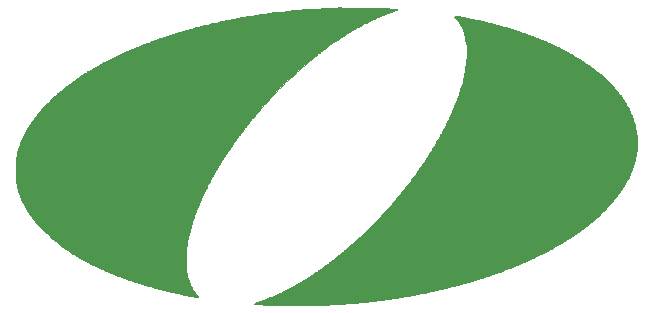
<source format=gbr>
G04 #@! TF.GenerationSoftware,KiCad,Pcbnew,(5.0.0)*
G04 #@! TF.CreationDate,2018-11-29T20:42:49-05:00*
G04 #@! TF.ProjectId,e,652E6B696361645F7063620000000000,rev?*
G04 #@! TF.SameCoordinates,Original*
G04 #@! TF.FileFunction,Legend,Top*
G04 #@! TF.FilePolarity,Positive*
%FSLAX46Y46*%
G04 Gerber Fmt 4.6, Leading zero omitted, Abs format (unit mm)*
G04 Created by KiCad (PCBNEW (5.0.0)) date 11/29/18 20:42:49*
%MOMM*%
%LPD*%
G01*
G04 APERTURE LIST*
%ADD10C,0.010000*%
G04 APERTURE END LIST*
D10*
G04 #@! TO.C,G\002A\002A\002A*
G36*
X28862735Y-1399854D02*
X29224046Y-1400766D01*
X29640291Y-1402156D01*
X30015212Y-1403549D01*
X30501731Y-1405613D01*
X30928232Y-1407911D01*
X31298199Y-1410509D01*
X31615113Y-1413475D01*
X31882458Y-1416874D01*
X32103716Y-1420772D01*
X32282369Y-1425236D01*
X32421900Y-1430332D01*
X32525791Y-1436127D01*
X32597525Y-1442687D01*
X32640585Y-1450077D01*
X32651672Y-1453752D01*
X32721258Y-1472370D01*
X32836449Y-1490629D01*
X32979383Y-1506069D01*
X33089400Y-1514057D01*
X33231330Y-1524715D01*
X33348660Y-1538300D01*
X33427572Y-1552910D01*
X33453858Y-1564217D01*
X33449335Y-1603422D01*
X33398033Y-1635424D01*
X33316617Y-1650345D01*
X33308250Y-1650513D01*
X33223074Y-1672115D01*
X33173634Y-1703254D01*
X33109373Y-1736280D01*
X33009737Y-1762382D01*
X32948884Y-1770832D01*
X32816292Y-1795882D01*
X32730597Y-1840202D01*
X32725075Y-1845577D01*
X32652783Y-1891954D01*
X32594025Y-1905000D01*
X32518453Y-1924280D01*
X32480250Y-1952625D01*
X32422374Y-1986165D01*
X32338389Y-2000249D01*
X32337769Y-2000250D01*
X32236878Y-2020476D01*
X32154086Y-2063750D01*
X32087067Y-2108171D01*
X32037386Y-2127237D01*
X32036627Y-2127250D01*
X31975739Y-2141053D01*
X31883064Y-2175768D01*
X31780909Y-2221354D01*
X31691583Y-2267769D01*
X31637393Y-2304974D01*
X31634316Y-2308336D01*
X31580707Y-2341805D01*
X31494743Y-2368172D01*
X31475566Y-2371638D01*
X31390846Y-2393439D01*
X31335530Y-2423142D01*
X31329718Y-2430146D01*
X31282961Y-2467614D01*
X31227534Y-2489184D01*
X31159685Y-2515687D01*
X31061049Y-2565137D01*
X30965191Y-2619646D01*
X30864094Y-2676244D01*
X30778953Y-2716174D01*
X30730344Y-2730418D01*
X30670386Y-2749141D01*
X30598336Y-2793999D01*
X30533331Y-2838244D01*
X30487727Y-2857474D01*
X30486817Y-2857500D01*
X30442826Y-2879347D01*
X30416500Y-2905125D01*
X30360881Y-2945548D01*
X30330307Y-2952750D01*
X30273892Y-2971275D01*
X30203407Y-3015862D01*
X30202913Y-3016250D01*
X30127952Y-3061346D01*
X30062968Y-3079750D01*
X30013758Y-3094613D01*
X30003750Y-3113120D01*
X29977324Y-3146172D01*
X29912305Y-3184392D01*
X29898035Y-3190660D01*
X29814550Y-3234337D01*
X29754207Y-3280934D01*
X29751272Y-3284290D01*
X29688814Y-3326061D01*
X29650612Y-3333750D01*
X29601154Y-3346880D01*
X29591000Y-3363360D01*
X29564700Y-3395217D01*
X29524225Y-3414164D01*
X29484133Y-3429706D01*
X29433118Y-3456510D01*
X29359682Y-3501466D01*
X29252329Y-3571465D01*
X29167348Y-3628019D01*
X29102013Y-3673160D01*
X29019942Y-3731629D01*
X29010367Y-3738562D01*
X28939917Y-3784888D01*
X28890328Y-3809016D01*
X28884426Y-3810000D01*
X28846027Y-3827925D01*
X28775378Y-3874248D01*
X28711404Y-3921124D01*
X28625142Y-3981815D01*
X28554784Y-4022178D01*
X28524386Y-4032250D01*
X28471263Y-4056019D01*
X28457515Y-4072029D01*
X28418674Y-4110968D01*
X28349017Y-4165780D01*
X28268359Y-4222543D01*
X28196516Y-4267333D01*
X28153307Y-4286228D01*
X28152605Y-4286249D01*
X28115022Y-4305635D01*
X28070769Y-4341812D01*
X27972019Y-4426263D01*
X27887314Y-4485143D01*
X27831144Y-4508448D01*
X27829429Y-4508500D01*
X27787751Y-4528728D01*
X27721039Y-4580013D01*
X27685074Y-4612283D01*
X27589126Y-4694445D01*
X27476090Y-4780226D01*
X27432000Y-4810628D01*
X27346634Y-4871190D01*
X27283346Y-4923483D01*
X27263734Y-4944970D01*
X27214955Y-4981386D01*
X27195694Y-4984750D01*
X27146767Y-5010041D01*
X27137086Y-5026332D01*
X27104774Y-5062326D01*
X27032676Y-5121846D01*
X26934350Y-5193969D01*
X26898185Y-5218856D01*
X26793826Y-5293305D01*
X26710985Y-5359493D01*
X26663368Y-5406216D01*
X26657741Y-5415398D01*
X26619243Y-5456819D01*
X26599558Y-5461881D01*
X26553596Y-5483606D01*
X26487486Y-5536944D01*
X26463625Y-5560171D01*
X26380456Y-5634584D01*
X26296125Y-5694540D01*
X26281062Y-5702980D01*
X26219738Y-5743834D01*
X26193756Y-5778947D01*
X26193750Y-5779315D01*
X26169249Y-5808976D01*
X26159557Y-5810250D01*
X26116672Y-5830855D01*
X26053257Y-5881937D01*
X26036868Y-5897562D01*
X25954173Y-5974265D01*
X25856783Y-6058178D01*
X25829945Y-6080125D01*
X25621404Y-6253750D01*
X25383325Y-6462158D01*
X25129151Y-6693388D01*
X24920124Y-6889750D01*
X24811540Y-6992480D01*
X24714704Y-7082683D01*
X24642053Y-7148851D01*
X24611270Y-7175500D01*
X24504841Y-7266399D01*
X24362737Y-7395271D01*
X24193096Y-7554128D01*
X24004060Y-7734983D01*
X23803770Y-7929847D01*
X23600364Y-8130732D01*
X23401984Y-8329651D01*
X23216769Y-8518617D01*
X23052861Y-8689640D01*
X22918399Y-8834734D01*
X22903525Y-8851254D01*
X22737915Y-9035793D01*
X22606836Y-9181385D01*
X22502558Y-9296478D01*
X22417350Y-9389518D01*
X22343484Y-9468955D01*
X22273229Y-9543235D01*
X22209125Y-9610139D01*
X22041420Y-9788738D01*
X21882788Y-9965657D01*
X21747183Y-10125087D01*
X21677558Y-10212419D01*
X21619518Y-10280626D01*
X21570842Y-10325927D01*
X21567329Y-10328265D01*
X21530405Y-10368558D01*
X21526500Y-10383827D01*
X21506504Y-10422486D01*
X21455234Y-10488972D01*
X21412199Y-10537824D01*
X21318994Y-10638910D01*
X21221075Y-10745271D01*
X21189949Y-10779125D01*
X21127772Y-10851564D01*
X21088756Y-10906206D01*
X21082000Y-10922587D01*
X21068068Y-10951680D01*
X21023624Y-11010396D01*
X20944690Y-11103543D01*
X20827291Y-11235927D01*
X20772437Y-11296779D01*
X20723569Y-11358197D01*
X20701154Y-11400931D01*
X20701000Y-11402886D01*
X20680690Y-11443385D01*
X20640247Y-11490752D01*
X20595688Y-11541330D01*
X20524472Y-11628762D01*
X20437893Y-11738992D01*
X20378743Y-11816190D01*
X20274878Y-11953114D01*
X20202148Y-12048822D01*
X20153306Y-12112686D01*
X20121103Y-12154077D01*
X20098292Y-12182365D01*
X20077623Y-12206922D01*
X20066000Y-12220528D01*
X20013244Y-12291053D01*
X19970750Y-12357135D01*
X19916436Y-12440006D01*
X19851560Y-12527585D01*
X19850177Y-12529319D01*
X19780795Y-12620208D01*
X19687565Y-12747845D01*
X19581892Y-12896162D01*
X19475182Y-13049090D01*
X19378840Y-13190563D01*
X19349466Y-13234724D01*
X19272321Y-13349872D01*
X19213744Y-13431469D01*
X19158546Y-13499745D01*
X19105562Y-13559525D01*
X19062893Y-13623862D01*
X19050000Y-13668685D01*
X19027593Y-13724342D01*
X18986500Y-13770991D01*
X18938541Y-13824402D01*
X18923000Y-13861010D01*
X18901500Y-13907639D01*
X18862355Y-13951540D01*
X18806407Y-14025787D01*
X18782375Y-14083461D01*
X18757680Y-14141796D01*
X18734200Y-14160500D01*
X18706340Y-14186928D01*
X18663444Y-14255490D01*
X18624507Y-14331410D01*
X18573177Y-14426578D01*
X18523874Y-14496286D01*
X18495201Y-14520914D01*
X18455359Y-14564245D01*
X18446750Y-14604314D01*
X18423779Y-14673774D01*
X18383250Y-14723491D01*
X18335119Y-14779229D01*
X18319750Y-14819427D01*
X18294274Y-14866453D01*
X18274065Y-14878523D01*
X18234566Y-14919806D01*
X18208524Y-14986458D01*
X18178689Y-15066066D01*
X18143084Y-15114693D01*
X18104002Y-15166338D01*
X18097500Y-15191980D01*
X18079188Y-15242911D01*
X18035038Y-15310838D01*
X18034000Y-15312163D01*
X17989232Y-15383200D01*
X17970500Y-15440993D01*
X17970500Y-15441177D01*
X17949464Y-15502831D01*
X17924862Y-15535102D01*
X17887269Y-15585711D01*
X17833314Y-15673721D01*
X17777136Y-15775494D01*
X17722698Y-15872485D01*
X17676680Y-15942248D01*
X17648737Y-15970207D01*
X17648149Y-15970250D01*
X17627706Y-15997379D01*
X17621250Y-16047357D01*
X17605203Y-16125086D01*
X17580490Y-16166419D01*
X17526195Y-16238241D01*
X17462648Y-16344031D01*
X17403544Y-16458548D01*
X17362582Y-16556553D01*
X17355267Y-16581437D01*
X17330799Y-16644562D01*
X17304368Y-16668750D01*
X17278363Y-16696356D01*
X17249263Y-16765486D01*
X17240250Y-16795750D01*
X17212385Y-16874585D01*
X17183782Y-16919086D01*
X17175526Y-16922750D01*
X17150148Y-16949156D01*
X17145000Y-16981968D01*
X17126095Y-17048057D01*
X17081500Y-17121913D01*
X17036714Y-17193158D01*
X17018000Y-17251370D01*
X17018000Y-17251515D01*
X17004025Y-17307359D01*
X16968610Y-17393045D01*
X16946562Y-17437872D01*
X16892617Y-17547177D01*
X16831630Y-17678618D01*
X16796995Y-17757052D01*
X16752556Y-17851793D01*
X16714650Y-17917526D01*
X16693807Y-17938750D01*
X16676802Y-17966549D01*
X16668833Y-18034329D01*
X16668750Y-18042810D01*
X16651297Y-18143022D01*
X16613187Y-18225372D01*
X16565812Y-18304515D01*
X16517250Y-18413205D01*
X16462180Y-18564138D01*
X16427966Y-18667358D01*
X16394142Y-18755829D01*
X16361415Y-18816427D01*
X16349815Y-18828636D01*
X16326334Y-18869419D01*
X16302735Y-18950920D01*
X16292361Y-19004902D01*
X16270759Y-19110632D01*
X16244889Y-19198412D01*
X16233648Y-19224625D01*
X16181516Y-19336922D01*
X16131813Y-19467345D01*
X16091750Y-19594243D01*
X16068538Y-19695963D01*
X16065500Y-19729491D01*
X16048660Y-19820081D01*
X16007876Y-19915073D01*
X16005309Y-19919377D01*
X15968876Y-20005621D01*
X15937644Y-20124953D01*
X15922810Y-20216869D01*
X15907214Y-20322850D01*
X15888829Y-20401039D01*
X15873710Y-20431922D01*
X15853750Y-20470688D01*
X15833532Y-20550253D01*
X15825325Y-20598552D01*
X15804254Y-20698493D01*
X15776160Y-20776341D01*
X15763851Y-20796250D01*
X15743867Y-20849373D01*
X15725621Y-20950703D01*
X15711575Y-21084950D01*
X15707627Y-21145500D01*
X15689602Y-21342120D01*
X15660077Y-21497406D01*
X15633985Y-21574125D01*
X15618038Y-21614772D01*
X15605294Y-21663197D01*
X15595386Y-21726623D01*
X15587945Y-21812273D01*
X15582605Y-21927370D01*
X15578997Y-22079140D01*
X15576756Y-22274805D01*
X15575512Y-22521589D01*
X15575031Y-22733000D01*
X15574817Y-23018956D01*
X15575431Y-23248552D01*
X15577229Y-23428925D01*
X15580569Y-23567213D01*
X15585809Y-23670553D01*
X15593306Y-23746084D01*
X15603418Y-23800942D01*
X15616502Y-23842266D01*
X15632281Y-23876000D01*
X15665999Y-23967392D01*
X15693991Y-24092375D01*
X15707958Y-24201068D01*
X15723385Y-24322192D01*
X15746330Y-24412346D01*
X15768114Y-24451018D01*
X15805932Y-24500485D01*
X15811695Y-24522825D01*
X15825566Y-24574958D01*
X15856328Y-24643798D01*
X15895875Y-24738774D01*
X15923898Y-24834297D01*
X15957043Y-24919809D01*
X16004966Y-24980180D01*
X16006265Y-24981111D01*
X16054068Y-25041034D01*
X16065500Y-25086894D01*
X16084842Y-25146635D01*
X16134462Y-25230513D01*
X16176625Y-25286801D01*
X16238416Y-25368868D01*
X16278762Y-25435226D01*
X16287750Y-25461582D01*
X16309149Y-25501063D01*
X16365823Y-25570208D01*
X16446481Y-25655503D01*
X16465233Y-25674029D01*
X16568019Y-25786315D01*
X16616026Y-25868318D01*
X16609469Y-25919250D01*
X16548564Y-25938320D01*
X16433527Y-25924738D01*
X16398875Y-25916775D01*
X16325605Y-25887903D01*
X16295223Y-25868560D01*
X16245151Y-25850645D01*
X16151295Y-25834259D01*
X16033343Y-25822777D01*
X16025348Y-25822284D01*
X15892316Y-25809191D01*
X15768482Y-25788285D01*
X15684500Y-25765348D01*
X15587249Y-25737500D01*
X15462761Y-25714565D01*
X15394384Y-25706579D01*
X15274231Y-25688575D01*
X15164390Y-25659655D01*
X15118149Y-25640787D01*
X15023686Y-25608981D01*
X14907973Y-25591599D01*
X14875658Y-25590500D01*
X14761333Y-25579245D01*
X14626695Y-25550425D01*
X14549744Y-25527000D01*
X14443809Y-25492709D01*
X14356547Y-25469653D01*
X14316549Y-25463500D01*
X14260193Y-25454208D01*
X14165379Y-25429985D01*
X14065250Y-25400000D01*
X13940776Y-25366017D01*
X13821735Y-25342974D01*
X13750678Y-25336500D01*
X13654511Y-25324824D01*
X13576736Y-25296426D01*
X13572252Y-25293529D01*
X13505678Y-25265983D01*
X13403527Y-25242310D01*
X13335000Y-25232753D01*
X13216247Y-25213133D01*
X13108114Y-25182966D01*
X13065125Y-25164794D01*
X12973486Y-25129054D01*
X12890029Y-25114445D01*
X12810705Y-25099336D01*
X12714218Y-25062126D01*
X12691707Y-25050750D01*
X12589076Y-25009224D01*
X12487078Y-24987827D01*
X12469927Y-24987054D01*
X12363670Y-24971279D01*
X12275111Y-24939132D01*
X12181488Y-24902639D01*
X12070239Y-24874926D01*
X12052861Y-24872079D01*
X11950645Y-24848842D01*
X11864534Y-24816039D01*
X11851804Y-24808876D01*
X11764728Y-24774826D01*
X11693054Y-24764790D01*
X11604856Y-24746876D01*
X11512937Y-24703819D01*
X11509375Y-24701500D01*
X11418310Y-24657659D01*
X11328850Y-24638258D01*
X11325547Y-24638209D01*
X11240623Y-24623487D01*
X11139016Y-24587128D01*
X11112500Y-24574500D01*
X11012996Y-24534070D01*
X10919550Y-24512101D01*
X10899452Y-24510790D01*
X10811138Y-24492872D01*
X10719167Y-24449807D01*
X10715625Y-24447500D01*
X10633138Y-24404370D01*
X10560700Y-24384375D01*
X10556002Y-24384209D01*
X10477907Y-24366257D01*
X10429002Y-24341131D01*
X10356196Y-24307841D01*
X10258477Y-24281622D01*
X10241944Y-24278755D01*
X10156903Y-24257761D01*
X10101397Y-24230045D01*
X10095122Y-24223021D01*
X10052874Y-24196404D01*
X9970651Y-24169501D01*
X9919010Y-24158074D01*
X9823821Y-24132192D01*
X9755649Y-24098882D01*
X9738816Y-24082053D01*
X9686908Y-24039784D01*
X9658359Y-24033672D01*
X9597329Y-24019696D01*
X9509392Y-23985985D01*
X9477375Y-23971250D01*
X9388166Y-23933080D01*
X9316812Y-23910950D01*
X9300880Y-23908827D01*
X9237469Y-23889688D01*
X9189755Y-23861134D01*
X9122150Y-23823829D01*
X9080029Y-23813509D01*
X9022984Y-23798556D01*
X8939728Y-23762513D01*
X8913457Y-23749000D01*
X8831686Y-23709295D01*
X8771156Y-23687154D01*
X8760185Y-23685500D01*
X8712770Y-23667325D01*
X8646522Y-23623455D01*
X8644663Y-23622000D01*
X8565406Y-23576552D01*
X8493125Y-23558500D01*
X8417956Y-23539238D01*
X8341586Y-23495000D01*
X8274804Y-23450599D01*
X8225600Y-23431514D01*
X8224820Y-23431500D01*
X8180818Y-23417247D01*
X8098406Y-23379680D01*
X7994533Y-23326589D01*
X7982968Y-23320375D01*
X7873874Y-23265621D01*
X7780146Y-23225936D01*
X7720885Y-23209340D01*
X7718341Y-23209250D01*
X7648645Y-23186221D01*
X7620629Y-23162382D01*
X7573209Y-23125562D01*
X7486560Y-23074376D01*
X7381297Y-23020814D01*
X7278162Y-22968918D01*
X7199005Y-22923207D01*
X7160666Y-22893422D01*
X7160432Y-22893057D01*
X7114340Y-22864108D01*
X7085632Y-22860000D01*
X7033296Y-22843192D01*
X6947351Y-22799029D01*
X6845977Y-22736899D01*
X6841443Y-22733897D01*
X6739769Y-22671055D01*
X6652720Y-22625586D01*
X6598500Y-22606952D01*
X6597179Y-22606897D01*
X6540011Y-22580702D01*
X6508750Y-22542500D01*
X6448938Y-22490190D01*
X6395511Y-22479000D01*
X6328341Y-22461959D01*
X6297981Y-22431375D01*
X6258629Y-22389189D01*
X6236595Y-22383750D01*
X6188865Y-22358631D01*
X6159500Y-22320250D01*
X6100794Y-22268359D01*
X6049058Y-22256750D01*
X5972015Y-22234868D01*
X5931112Y-22201187D01*
X5879897Y-22155363D01*
X5794252Y-22098902D01*
X5735360Y-22066250D01*
X5646363Y-22015026D01*
X5583381Y-21968671D01*
X5565275Y-21947187D01*
X5525271Y-21910300D01*
X5509422Y-21907500D01*
X5468446Y-21889070D01*
X5390839Y-21839506D01*
X5289515Y-21767392D01*
X5222875Y-21717000D01*
X5114757Y-21635701D01*
X5024088Y-21571694D01*
X4963240Y-21533493D01*
X4946071Y-21526500D01*
X4912523Y-21511323D01*
X4849566Y-21462945D01*
X4752054Y-21377095D01*
X4632611Y-21266251D01*
X4561193Y-21211398D01*
X4486226Y-21166275D01*
X4420167Y-21120923D01*
X4318712Y-21036958D01*
X4188323Y-20920836D01*
X4035463Y-20779012D01*
X3866593Y-20617941D01*
X3688176Y-20444078D01*
X3506674Y-20263877D01*
X3328549Y-20083795D01*
X3160263Y-19910286D01*
X3008279Y-19749805D01*
X2879058Y-19608807D01*
X2779063Y-19493747D01*
X2714756Y-19411080D01*
X2694754Y-19376777D01*
X2659879Y-19318946D01*
X2599137Y-19242172D01*
X2574495Y-19214727D01*
X2515312Y-19144934D01*
X2480443Y-19091656D01*
X2476500Y-19078793D01*
X2451259Y-19041596D01*
X2430815Y-19030476D01*
X2391602Y-18989289D01*
X2364833Y-18920536D01*
X2335087Y-18844931D01*
X2297061Y-18801559D01*
X2253115Y-18763749D01*
X2202192Y-18691060D01*
X2136859Y-18572514D01*
X2121238Y-18542000D01*
X2078678Y-18474730D01*
X2044149Y-18439218D01*
X2009801Y-18393217D01*
X1985445Y-18328093D01*
X1953364Y-18244378D01*
X1919351Y-18191300D01*
X1884578Y-18138714D01*
X1835219Y-18047195D01*
X1781722Y-17936163D01*
X1779691Y-17931694D01*
X1728598Y-17825702D01*
X1683441Y-17743731D01*
X1653351Y-17702240D01*
X1651741Y-17701083D01*
X1627928Y-17657601D01*
X1619250Y-17591513D01*
X1603261Y-17511496D01*
X1571624Y-17462500D01*
X1530867Y-17399748D01*
X1523999Y-17363247D01*
X1509454Y-17298173D01*
X1473259Y-17210069D01*
X1460499Y-17185042D01*
X1419216Y-17084766D01*
X1397827Y-16987397D01*
X1396999Y-16970374D01*
X1381651Y-16879201D01*
X1343718Y-16776025D01*
X1333500Y-16755707D01*
X1286613Y-16624429D01*
X1269804Y-16486302D01*
X1256931Y-16366244D01*
X1224513Y-16259932D01*
X1214399Y-16240125D01*
X1198601Y-16207241D01*
X1186096Y-16164388D01*
X1176506Y-16104324D01*
X1169454Y-16019807D01*
X1164564Y-15903595D01*
X1161459Y-15748445D01*
X1159762Y-15547117D01*
X1159095Y-15292369D01*
X1159032Y-15176500D01*
X1159353Y-14896736D01*
X1160668Y-14672918D01*
X1163358Y-14497493D01*
X1167800Y-14362911D01*
X1174374Y-14261620D01*
X1183459Y-14186067D01*
X1195434Y-14128703D01*
X1210678Y-14081974D01*
X1214437Y-14072544D01*
X1250185Y-13953832D01*
X1269239Y-13829261D01*
X1270195Y-13802669D01*
X1283125Y-13691183D01*
X1314750Y-13588517D01*
X1322361Y-13573125D01*
X1357584Y-13484866D01*
X1388358Y-13368246D01*
X1399187Y-13308350D01*
X1422452Y-13201375D01*
X1454563Y-13114482D01*
X1474021Y-13083600D01*
X1513466Y-13008639D01*
X1523999Y-12947450D01*
X1541684Y-12869958D01*
X1571625Y-12827000D01*
X1609026Y-12765906D01*
X1619250Y-12708951D01*
X1637566Y-12626508D01*
X1678802Y-12546151D01*
X1730189Y-12450257D01*
X1760218Y-12360881D01*
X1789196Y-12278140D01*
X1827665Y-12222056D01*
X1866732Y-12170726D01*
X1873250Y-12145345D01*
X1892570Y-12095208D01*
X1936750Y-12033250D01*
X1982785Y-11962526D01*
X2000250Y-11903659D01*
X2021082Y-11831820D01*
X2039937Y-11804846D01*
X2078747Y-11750737D01*
X2127619Y-11666964D01*
X2143125Y-11637373D01*
X2200203Y-11537219D01*
X2261361Y-11447082D01*
X2273718Y-11431482D01*
X2327674Y-11354388D01*
X2360867Y-11286441D01*
X2394412Y-11223350D01*
X2453969Y-11143407D01*
X2476337Y-11117794D01*
X2534197Y-11049317D01*
X2568080Y-10999298D01*
X2571749Y-10988461D01*
X2592914Y-10950811D01*
X2635249Y-10906125D01*
X2682890Y-10849800D01*
X2698750Y-10809878D01*
X2718912Y-10766492D01*
X2770774Y-10696182D01*
X2817812Y-10642009D01*
X2898831Y-10551393D01*
X2972042Y-10464954D01*
X3000375Y-10429248D01*
X3058333Y-10356662D01*
X3136483Y-10263352D01*
X3182937Y-10209550D01*
X3247806Y-10131595D01*
X3291051Y-10072265D01*
X3302000Y-10049882D01*
X3323612Y-10023280D01*
X3384026Y-9958928D01*
X3476605Y-9863437D01*
X3594714Y-9743414D01*
X3731717Y-9605471D01*
X3880979Y-9456216D01*
X4035865Y-9302259D01*
X4189737Y-9150210D01*
X4335962Y-9006678D01*
X4467903Y-8878273D01*
X4578925Y-8771604D01*
X4662392Y-8693282D01*
X4680274Y-8677013D01*
X4761052Y-8608775D01*
X4832039Y-8556116D01*
X4852811Y-8543392D01*
X4883752Y-8524849D01*
X4923030Y-8496196D01*
X4979069Y-8450404D01*
X5060293Y-8380446D01*
X5175124Y-8279296D01*
X5265324Y-8199228D01*
X5346820Y-8133647D01*
X5418974Y-8086884D01*
X5442344Y-8076389D01*
X5499108Y-8043963D01*
X5578015Y-7982235D01*
X5627620Y-7937262D01*
X5723996Y-7854803D01*
X5825928Y-7782578D01*
X5867671Y-7758475D01*
X5966424Y-7697041D01*
X6068221Y-7617866D01*
X6091170Y-7597069D01*
X6171345Y-7530179D01*
X6245156Y-7483028D01*
X6266649Y-7473983D01*
X6345066Y-7435984D01*
X6381750Y-7408278D01*
X6450344Y-7350104D01*
X6541363Y-7281180D01*
X6639055Y-7212374D01*
X6727670Y-7154550D01*
X6791460Y-7118576D01*
X6811188Y-7112000D01*
X6858414Y-7090430D01*
X6905624Y-7048500D01*
X6957870Y-7001176D01*
X6991206Y-6985000D01*
X7037437Y-6966528D01*
X7108831Y-6921649D01*
X7183110Y-6866170D01*
X7237998Y-6815894D01*
X7248515Y-6802437D01*
X7298111Y-6770004D01*
X7341718Y-6762750D01*
X7415485Y-6741785D01*
X7475078Y-6702007D01*
X7542201Y-6651148D01*
X7637877Y-6591260D01*
X7687205Y-6563897D01*
X7788575Y-6507870D01*
X7878185Y-6454181D01*
X7908582Y-6434139D01*
X7977443Y-6395493D01*
X8025279Y-6381750D01*
X8086241Y-6362674D01*
X8105527Y-6349552D01*
X8199150Y-6279984D01*
X8301163Y-6217687D01*
X8391498Y-6173871D01*
X8445792Y-6159499D01*
X8508298Y-6133929D01*
X8540750Y-6095999D01*
X8586981Y-6045397D01*
X8622889Y-6032499D01*
X8679686Y-6017070D01*
X8767179Y-5978412D01*
X8862865Y-5927974D01*
X8944244Y-5877202D01*
X8974223Y-5853763D01*
X9031059Y-5823849D01*
X9116833Y-5798690D01*
X9126567Y-5796762D01*
X9200433Y-5776004D01*
X9238039Y-5751938D01*
X9239250Y-5747617D01*
X9265369Y-5722169D01*
X9331280Y-5681486D01*
X9418309Y-5635118D01*
X9507785Y-5592615D01*
X9581034Y-5563526D01*
X9613425Y-5556249D01*
X9655886Y-5537240D01*
X9715500Y-5492749D01*
X9792487Y-5446220D01*
X9861359Y-5429249D01*
X9926075Y-5417615D01*
X9952385Y-5399505D01*
X9990434Y-5370042D01*
X10067256Y-5326756D01*
X10162659Y-5279389D01*
X10256447Y-5237682D01*
X10328430Y-5211375D01*
X10351463Y-5206999D01*
X10400271Y-5188771D01*
X10467188Y-5144790D01*
X10468836Y-5143500D01*
X10546737Y-5098093D01*
X10616719Y-5079790D01*
X10688592Y-5062473D01*
X10772720Y-5020646D01*
X10779125Y-5016500D01*
X10857339Y-4973736D01*
X10921248Y-4953460D01*
X10926049Y-4953209D01*
X10990228Y-4930291D01*
X11013961Y-4909337D01*
X11067175Y-4876444D01*
X11153562Y-4849748D01*
X11176599Y-4845461D01*
X11255759Y-4826546D01*
X11299781Y-4803875D01*
X11303000Y-4797041D01*
X11331054Y-4774348D01*
X11402915Y-4746883D01*
X11461750Y-4730749D01*
X11551565Y-4704600D01*
X11609112Y-4679004D01*
X11620500Y-4666605D01*
X11648009Y-4643089D01*
X11715100Y-4620529D01*
X11723687Y-4618614D01*
X11813059Y-4588986D01*
X11879973Y-4549900D01*
X11945167Y-4515494D01*
X12039464Y-4489420D01*
X12062065Y-4485816D01*
X12152829Y-4464671D01*
X12217859Y-4433662D01*
X12227167Y-4425007D01*
X12284611Y-4391657D01*
X12346700Y-4381290D01*
X12431015Y-4363519D01*
X12521134Y-4320755D01*
X12525375Y-4318000D01*
X12607574Y-4274834D01*
X12679421Y-4254685D01*
X12684125Y-4254500D01*
X12753252Y-4237134D01*
X12836015Y-4195440D01*
X12842875Y-4191000D01*
X12927845Y-4147660D01*
X13005226Y-4127834D01*
X13009677Y-4127709D01*
X13083085Y-4112773D01*
X13176136Y-4075951D01*
X13199707Y-4063999D01*
X13297995Y-4022880D01*
X13391436Y-4001401D01*
X13408235Y-4000499D01*
X13490092Y-3985926D01*
X13541512Y-3957273D01*
X13598801Y-3925365D01*
X13689318Y-3898245D01*
X13720855Y-3892281D01*
X13808500Y-3872532D01*
X13866343Y-3848890D01*
X13875442Y-3840629D01*
X13914838Y-3818338D01*
X13995998Y-3793375D01*
X14060872Y-3779080D01*
X14170405Y-3751776D01*
X14263243Y-3717532D01*
X14296480Y-3699333D01*
X14378111Y-3664600D01*
X14468422Y-3651250D01*
X14566995Y-3634109D01*
X14667988Y-3592392D01*
X14675670Y-3587868D01*
X14766680Y-3545239D01*
X14851960Y-3524698D01*
X14860587Y-3524368D01*
X14937274Y-3510379D01*
X14979057Y-3486742D01*
X15029005Y-3463281D01*
X15120549Y-3440489D01*
X15211890Y-3426204D01*
X15317789Y-3409100D01*
X15396552Y-3387808D01*
X15427629Y-3370145D01*
X15467116Y-3346634D01*
X15550450Y-3317384D01*
X15653583Y-3290192D01*
X15884012Y-3235909D01*
X16057039Y-3191164D01*
X16177794Y-3154468D01*
X16251409Y-3124331D01*
X16273279Y-3110334D01*
X16326962Y-3088608D01*
X16422803Y-3068749D01*
X16533503Y-3055684D01*
X16645115Y-3042395D01*
X16730393Y-3023795D01*
X16770509Y-3004190D01*
X16789939Y-2987958D01*
X16832467Y-2970363D01*
X16905801Y-2949470D01*
X17017650Y-2923340D01*
X17175721Y-2890038D01*
X17387723Y-2847627D01*
X17414875Y-2842281D01*
X17542263Y-2812828D01*
X17657792Y-2778599D01*
X17732375Y-2748859D01*
X17823484Y-2719174D01*
X17946278Y-2701506D01*
X18010302Y-2698945D01*
X18204254Y-2676474D01*
X18311457Y-2635249D01*
X18417407Y-2593507D01*
X18525950Y-2572385D01*
X18543117Y-2571749D01*
X18628620Y-2562608D01*
X18687284Y-2540278D01*
X18690988Y-2537061D01*
X18736658Y-2519013D01*
X18829066Y-2500402D01*
X18951554Y-2484282D01*
X19007629Y-2479016D01*
X19153675Y-2461947D01*
X19276686Y-2438296D01*
X19358312Y-2411762D01*
X19368227Y-2406328D01*
X19442544Y-2378601D01*
X19562947Y-2354734D01*
X19712021Y-2338129D01*
X19720479Y-2337510D01*
X19862285Y-2322750D01*
X19994036Y-2301001D01*
X20091991Y-2276377D01*
X20108396Y-2270263D01*
X20217966Y-2237468D01*
X20329073Y-2222581D01*
X20335875Y-2222499D01*
X20444547Y-2209399D01*
X20556399Y-2177532D01*
X20564534Y-2174243D01*
X20645433Y-2151914D01*
X20770033Y-2130745D01*
X20918562Y-2113706D01*
X21015952Y-2106405D01*
X21159138Y-2095161D01*
X21280876Y-2080239D01*
X21365753Y-2063837D01*
X21395497Y-2052259D01*
X21443809Y-2034600D01*
X21540069Y-2014050D01*
X21668987Y-1993510D01*
X21776497Y-1980011D01*
X21967109Y-1958771D01*
X22182401Y-1934855D01*
X22385117Y-1912401D01*
X22447250Y-1905537D01*
X22614484Y-1883113D01*
X22784452Y-1853719D01*
X22930763Y-1822173D01*
X22987000Y-1807037D01*
X23107981Y-1777020D01*
X23241125Y-1757996D01*
X23403970Y-1748192D01*
X23593141Y-1745790D01*
X23832810Y-1740871D01*
X24015251Y-1725177D01*
X24145895Y-1698235D01*
X24148766Y-1697344D01*
X24239158Y-1676826D01*
X24375673Y-1655449D01*
X24541015Y-1635526D01*
X24717888Y-1619370D01*
X24749125Y-1617075D01*
X24936454Y-1602941D01*
X25125298Y-1587116D01*
X25294622Y-1571457D01*
X25423390Y-1557820D01*
X25431750Y-1556819D01*
X25549748Y-1546411D01*
X25712837Y-1537371D01*
X25902609Y-1530464D01*
X26100658Y-1526455D01*
X26177875Y-1525835D01*
X26529831Y-1516778D01*
X26842120Y-1491630D01*
X27078337Y-1458808D01*
X27151912Y-1446995D01*
X27223271Y-1436736D01*
X27297176Y-1427940D01*
X27378390Y-1420518D01*
X27471676Y-1414380D01*
X27581796Y-1409437D01*
X27713512Y-1405600D01*
X27871588Y-1402778D01*
X28060786Y-1400882D01*
X28285868Y-1399823D01*
X28551597Y-1399510D01*
X28862735Y-1399854D01*
X28862735Y-1399854D01*
G37*
X28862735Y-1399854D02*
X29224046Y-1400766D01*
X29640291Y-1402156D01*
X30015212Y-1403549D01*
X30501731Y-1405613D01*
X30928232Y-1407911D01*
X31298199Y-1410509D01*
X31615113Y-1413475D01*
X31882458Y-1416874D01*
X32103716Y-1420772D01*
X32282369Y-1425236D01*
X32421900Y-1430332D01*
X32525791Y-1436127D01*
X32597525Y-1442687D01*
X32640585Y-1450077D01*
X32651672Y-1453752D01*
X32721258Y-1472370D01*
X32836449Y-1490629D01*
X32979383Y-1506069D01*
X33089400Y-1514057D01*
X33231330Y-1524715D01*
X33348660Y-1538300D01*
X33427572Y-1552910D01*
X33453858Y-1564217D01*
X33449335Y-1603422D01*
X33398033Y-1635424D01*
X33316617Y-1650345D01*
X33308250Y-1650513D01*
X33223074Y-1672115D01*
X33173634Y-1703254D01*
X33109373Y-1736280D01*
X33009737Y-1762382D01*
X32948884Y-1770832D01*
X32816292Y-1795882D01*
X32730597Y-1840202D01*
X32725075Y-1845577D01*
X32652783Y-1891954D01*
X32594025Y-1905000D01*
X32518453Y-1924280D01*
X32480250Y-1952625D01*
X32422374Y-1986165D01*
X32338389Y-2000249D01*
X32337769Y-2000250D01*
X32236878Y-2020476D01*
X32154086Y-2063750D01*
X32087067Y-2108171D01*
X32037386Y-2127237D01*
X32036627Y-2127250D01*
X31975739Y-2141053D01*
X31883064Y-2175768D01*
X31780909Y-2221354D01*
X31691583Y-2267769D01*
X31637393Y-2304974D01*
X31634316Y-2308336D01*
X31580707Y-2341805D01*
X31494743Y-2368172D01*
X31475566Y-2371638D01*
X31390846Y-2393439D01*
X31335530Y-2423142D01*
X31329718Y-2430146D01*
X31282961Y-2467614D01*
X31227534Y-2489184D01*
X31159685Y-2515687D01*
X31061049Y-2565137D01*
X30965191Y-2619646D01*
X30864094Y-2676244D01*
X30778953Y-2716174D01*
X30730344Y-2730418D01*
X30670386Y-2749141D01*
X30598336Y-2793999D01*
X30533331Y-2838244D01*
X30487727Y-2857474D01*
X30486817Y-2857500D01*
X30442826Y-2879347D01*
X30416500Y-2905125D01*
X30360881Y-2945548D01*
X30330307Y-2952750D01*
X30273892Y-2971275D01*
X30203407Y-3015862D01*
X30202913Y-3016250D01*
X30127952Y-3061346D01*
X30062968Y-3079750D01*
X30013758Y-3094613D01*
X30003750Y-3113120D01*
X29977324Y-3146172D01*
X29912305Y-3184392D01*
X29898035Y-3190660D01*
X29814550Y-3234337D01*
X29754207Y-3280934D01*
X29751272Y-3284290D01*
X29688814Y-3326061D01*
X29650612Y-3333750D01*
X29601154Y-3346880D01*
X29591000Y-3363360D01*
X29564700Y-3395217D01*
X29524225Y-3414164D01*
X29484133Y-3429706D01*
X29433118Y-3456510D01*
X29359682Y-3501466D01*
X29252329Y-3571465D01*
X29167348Y-3628019D01*
X29102013Y-3673160D01*
X29019942Y-3731629D01*
X29010367Y-3738562D01*
X28939917Y-3784888D01*
X28890328Y-3809016D01*
X28884426Y-3810000D01*
X28846027Y-3827925D01*
X28775378Y-3874248D01*
X28711404Y-3921124D01*
X28625142Y-3981815D01*
X28554784Y-4022178D01*
X28524386Y-4032250D01*
X28471263Y-4056019D01*
X28457515Y-4072029D01*
X28418674Y-4110968D01*
X28349017Y-4165780D01*
X28268359Y-4222543D01*
X28196516Y-4267333D01*
X28153307Y-4286228D01*
X28152605Y-4286249D01*
X28115022Y-4305635D01*
X28070769Y-4341812D01*
X27972019Y-4426263D01*
X27887314Y-4485143D01*
X27831144Y-4508448D01*
X27829429Y-4508500D01*
X27787751Y-4528728D01*
X27721039Y-4580013D01*
X27685074Y-4612283D01*
X27589126Y-4694445D01*
X27476090Y-4780226D01*
X27432000Y-4810628D01*
X27346634Y-4871190D01*
X27283346Y-4923483D01*
X27263734Y-4944970D01*
X27214955Y-4981386D01*
X27195694Y-4984750D01*
X27146767Y-5010041D01*
X27137086Y-5026332D01*
X27104774Y-5062326D01*
X27032676Y-5121846D01*
X26934350Y-5193969D01*
X26898185Y-5218856D01*
X26793826Y-5293305D01*
X26710985Y-5359493D01*
X26663368Y-5406216D01*
X26657741Y-5415398D01*
X26619243Y-5456819D01*
X26599558Y-5461881D01*
X26553596Y-5483606D01*
X26487486Y-5536944D01*
X26463625Y-5560171D01*
X26380456Y-5634584D01*
X26296125Y-5694540D01*
X26281062Y-5702980D01*
X26219738Y-5743834D01*
X26193756Y-5778947D01*
X26193750Y-5779315D01*
X26169249Y-5808976D01*
X26159557Y-5810250D01*
X26116672Y-5830855D01*
X26053257Y-5881937D01*
X26036868Y-5897562D01*
X25954173Y-5974265D01*
X25856783Y-6058178D01*
X25829945Y-6080125D01*
X25621404Y-6253750D01*
X25383325Y-6462158D01*
X25129151Y-6693388D01*
X24920124Y-6889750D01*
X24811540Y-6992480D01*
X24714704Y-7082683D01*
X24642053Y-7148851D01*
X24611270Y-7175500D01*
X24504841Y-7266399D01*
X24362737Y-7395271D01*
X24193096Y-7554128D01*
X24004060Y-7734983D01*
X23803770Y-7929847D01*
X23600364Y-8130732D01*
X23401984Y-8329651D01*
X23216769Y-8518617D01*
X23052861Y-8689640D01*
X22918399Y-8834734D01*
X22903525Y-8851254D01*
X22737915Y-9035793D01*
X22606836Y-9181385D01*
X22502558Y-9296478D01*
X22417350Y-9389518D01*
X22343484Y-9468955D01*
X22273229Y-9543235D01*
X22209125Y-9610139D01*
X22041420Y-9788738D01*
X21882788Y-9965657D01*
X21747183Y-10125087D01*
X21677558Y-10212419D01*
X21619518Y-10280626D01*
X21570842Y-10325927D01*
X21567329Y-10328265D01*
X21530405Y-10368558D01*
X21526500Y-10383827D01*
X21506504Y-10422486D01*
X21455234Y-10488972D01*
X21412199Y-10537824D01*
X21318994Y-10638910D01*
X21221075Y-10745271D01*
X21189949Y-10779125D01*
X21127772Y-10851564D01*
X21088756Y-10906206D01*
X21082000Y-10922587D01*
X21068068Y-10951680D01*
X21023624Y-11010396D01*
X20944690Y-11103543D01*
X20827291Y-11235927D01*
X20772437Y-11296779D01*
X20723569Y-11358197D01*
X20701154Y-11400931D01*
X20701000Y-11402886D01*
X20680690Y-11443385D01*
X20640247Y-11490752D01*
X20595688Y-11541330D01*
X20524472Y-11628762D01*
X20437893Y-11738992D01*
X20378743Y-11816190D01*
X20274878Y-11953114D01*
X20202148Y-12048822D01*
X20153306Y-12112686D01*
X20121103Y-12154077D01*
X20098292Y-12182365D01*
X20077623Y-12206922D01*
X20066000Y-12220528D01*
X20013244Y-12291053D01*
X19970750Y-12357135D01*
X19916436Y-12440006D01*
X19851560Y-12527585D01*
X19850177Y-12529319D01*
X19780795Y-12620208D01*
X19687565Y-12747845D01*
X19581892Y-12896162D01*
X19475182Y-13049090D01*
X19378840Y-13190563D01*
X19349466Y-13234724D01*
X19272321Y-13349872D01*
X19213744Y-13431469D01*
X19158546Y-13499745D01*
X19105562Y-13559525D01*
X19062893Y-13623862D01*
X19050000Y-13668685D01*
X19027593Y-13724342D01*
X18986500Y-13770991D01*
X18938541Y-13824402D01*
X18923000Y-13861010D01*
X18901500Y-13907639D01*
X18862355Y-13951540D01*
X18806407Y-14025787D01*
X18782375Y-14083461D01*
X18757680Y-14141796D01*
X18734200Y-14160500D01*
X18706340Y-14186928D01*
X18663444Y-14255490D01*
X18624507Y-14331410D01*
X18573177Y-14426578D01*
X18523874Y-14496286D01*
X18495201Y-14520914D01*
X18455359Y-14564245D01*
X18446750Y-14604314D01*
X18423779Y-14673774D01*
X18383250Y-14723491D01*
X18335119Y-14779229D01*
X18319750Y-14819427D01*
X18294274Y-14866453D01*
X18274065Y-14878523D01*
X18234566Y-14919806D01*
X18208524Y-14986458D01*
X18178689Y-15066066D01*
X18143084Y-15114693D01*
X18104002Y-15166338D01*
X18097500Y-15191980D01*
X18079188Y-15242911D01*
X18035038Y-15310838D01*
X18034000Y-15312163D01*
X17989232Y-15383200D01*
X17970500Y-15440993D01*
X17970500Y-15441177D01*
X17949464Y-15502831D01*
X17924862Y-15535102D01*
X17887269Y-15585711D01*
X17833314Y-15673721D01*
X17777136Y-15775494D01*
X17722698Y-15872485D01*
X17676680Y-15942248D01*
X17648737Y-15970207D01*
X17648149Y-15970250D01*
X17627706Y-15997379D01*
X17621250Y-16047357D01*
X17605203Y-16125086D01*
X17580490Y-16166419D01*
X17526195Y-16238241D01*
X17462648Y-16344031D01*
X17403544Y-16458548D01*
X17362582Y-16556553D01*
X17355267Y-16581437D01*
X17330799Y-16644562D01*
X17304368Y-16668750D01*
X17278363Y-16696356D01*
X17249263Y-16765486D01*
X17240250Y-16795750D01*
X17212385Y-16874585D01*
X17183782Y-16919086D01*
X17175526Y-16922750D01*
X17150148Y-16949156D01*
X17145000Y-16981968D01*
X17126095Y-17048057D01*
X17081500Y-17121913D01*
X17036714Y-17193158D01*
X17018000Y-17251370D01*
X17018000Y-17251515D01*
X17004025Y-17307359D01*
X16968610Y-17393045D01*
X16946562Y-17437872D01*
X16892617Y-17547177D01*
X16831630Y-17678618D01*
X16796995Y-17757052D01*
X16752556Y-17851793D01*
X16714650Y-17917526D01*
X16693807Y-17938750D01*
X16676802Y-17966549D01*
X16668833Y-18034329D01*
X16668750Y-18042810D01*
X16651297Y-18143022D01*
X16613187Y-18225372D01*
X16565812Y-18304515D01*
X16517250Y-18413205D01*
X16462180Y-18564138D01*
X16427966Y-18667358D01*
X16394142Y-18755829D01*
X16361415Y-18816427D01*
X16349815Y-18828636D01*
X16326334Y-18869419D01*
X16302735Y-18950920D01*
X16292361Y-19004902D01*
X16270759Y-19110632D01*
X16244889Y-19198412D01*
X16233648Y-19224625D01*
X16181516Y-19336922D01*
X16131813Y-19467345D01*
X16091750Y-19594243D01*
X16068538Y-19695963D01*
X16065500Y-19729491D01*
X16048660Y-19820081D01*
X16007876Y-19915073D01*
X16005309Y-19919377D01*
X15968876Y-20005621D01*
X15937644Y-20124953D01*
X15922810Y-20216869D01*
X15907214Y-20322850D01*
X15888829Y-20401039D01*
X15873710Y-20431922D01*
X15853750Y-20470688D01*
X15833532Y-20550253D01*
X15825325Y-20598552D01*
X15804254Y-20698493D01*
X15776160Y-20776341D01*
X15763851Y-20796250D01*
X15743867Y-20849373D01*
X15725621Y-20950703D01*
X15711575Y-21084950D01*
X15707627Y-21145500D01*
X15689602Y-21342120D01*
X15660077Y-21497406D01*
X15633985Y-21574125D01*
X15618038Y-21614772D01*
X15605294Y-21663197D01*
X15595386Y-21726623D01*
X15587945Y-21812273D01*
X15582605Y-21927370D01*
X15578997Y-22079140D01*
X15576756Y-22274805D01*
X15575512Y-22521589D01*
X15575031Y-22733000D01*
X15574817Y-23018956D01*
X15575431Y-23248552D01*
X15577229Y-23428925D01*
X15580569Y-23567213D01*
X15585809Y-23670553D01*
X15593306Y-23746084D01*
X15603418Y-23800942D01*
X15616502Y-23842266D01*
X15632281Y-23876000D01*
X15665999Y-23967392D01*
X15693991Y-24092375D01*
X15707958Y-24201068D01*
X15723385Y-24322192D01*
X15746330Y-24412346D01*
X15768114Y-24451018D01*
X15805932Y-24500485D01*
X15811695Y-24522825D01*
X15825566Y-24574958D01*
X15856328Y-24643798D01*
X15895875Y-24738774D01*
X15923898Y-24834297D01*
X15957043Y-24919809D01*
X16004966Y-24980180D01*
X16006265Y-24981111D01*
X16054068Y-25041034D01*
X16065500Y-25086894D01*
X16084842Y-25146635D01*
X16134462Y-25230513D01*
X16176625Y-25286801D01*
X16238416Y-25368868D01*
X16278762Y-25435226D01*
X16287750Y-25461582D01*
X16309149Y-25501063D01*
X16365823Y-25570208D01*
X16446481Y-25655503D01*
X16465233Y-25674029D01*
X16568019Y-25786315D01*
X16616026Y-25868318D01*
X16609469Y-25919250D01*
X16548564Y-25938320D01*
X16433527Y-25924738D01*
X16398875Y-25916775D01*
X16325605Y-25887903D01*
X16295223Y-25868560D01*
X16245151Y-25850645D01*
X16151295Y-25834259D01*
X16033343Y-25822777D01*
X16025348Y-25822284D01*
X15892316Y-25809191D01*
X15768482Y-25788285D01*
X15684500Y-25765348D01*
X15587249Y-25737500D01*
X15462761Y-25714565D01*
X15394384Y-25706579D01*
X15274231Y-25688575D01*
X15164390Y-25659655D01*
X15118149Y-25640787D01*
X15023686Y-25608981D01*
X14907973Y-25591599D01*
X14875658Y-25590500D01*
X14761333Y-25579245D01*
X14626695Y-25550425D01*
X14549744Y-25527000D01*
X14443809Y-25492709D01*
X14356547Y-25469653D01*
X14316549Y-25463500D01*
X14260193Y-25454208D01*
X14165379Y-25429985D01*
X14065250Y-25400000D01*
X13940776Y-25366017D01*
X13821735Y-25342974D01*
X13750678Y-25336500D01*
X13654511Y-25324824D01*
X13576736Y-25296426D01*
X13572252Y-25293529D01*
X13505678Y-25265983D01*
X13403527Y-25242310D01*
X13335000Y-25232753D01*
X13216247Y-25213133D01*
X13108114Y-25182966D01*
X13065125Y-25164794D01*
X12973486Y-25129054D01*
X12890029Y-25114445D01*
X12810705Y-25099336D01*
X12714218Y-25062126D01*
X12691707Y-25050750D01*
X12589076Y-25009224D01*
X12487078Y-24987827D01*
X12469927Y-24987054D01*
X12363670Y-24971279D01*
X12275111Y-24939132D01*
X12181488Y-24902639D01*
X12070239Y-24874926D01*
X12052861Y-24872079D01*
X11950645Y-24848842D01*
X11864534Y-24816039D01*
X11851804Y-24808876D01*
X11764728Y-24774826D01*
X11693054Y-24764790D01*
X11604856Y-24746876D01*
X11512937Y-24703819D01*
X11509375Y-24701500D01*
X11418310Y-24657659D01*
X11328850Y-24638258D01*
X11325547Y-24638209D01*
X11240623Y-24623487D01*
X11139016Y-24587128D01*
X11112500Y-24574500D01*
X11012996Y-24534070D01*
X10919550Y-24512101D01*
X10899452Y-24510790D01*
X10811138Y-24492872D01*
X10719167Y-24449807D01*
X10715625Y-24447500D01*
X10633138Y-24404370D01*
X10560700Y-24384375D01*
X10556002Y-24384209D01*
X10477907Y-24366257D01*
X10429002Y-24341131D01*
X10356196Y-24307841D01*
X10258477Y-24281622D01*
X10241944Y-24278755D01*
X10156903Y-24257761D01*
X10101397Y-24230045D01*
X10095122Y-24223021D01*
X10052874Y-24196404D01*
X9970651Y-24169501D01*
X9919010Y-24158074D01*
X9823821Y-24132192D01*
X9755649Y-24098882D01*
X9738816Y-24082053D01*
X9686908Y-24039784D01*
X9658359Y-24033672D01*
X9597329Y-24019696D01*
X9509392Y-23985985D01*
X9477375Y-23971250D01*
X9388166Y-23933080D01*
X9316812Y-23910950D01*
X9300880Y-23908827D01*
X9237469Y-23889688D01*
X9189755Y-23861134D01*
X9122150Y-23823829D01*
X9080029Y-23813509D01*
X9022984Y-23798556D01*
X8939728Y-23762513D01*
X8913457Y-23749000D01*
X8831686Y-23709295D01*
X8771156Y-23687154D01*
X8760185Y-23685500D01*
X8712770Y-23667325D01*
X8646522Y-23623455D01*
X8644663Y-23622000D01*
X8565406Y-23576552D01*
X8493125Y-23558500D01*
X8417956Y-23539238D01*
X8341586Y-23495000D01*
X8274804Y-23450599D01*
X8225600Y-23431514D01*
X8224820Y-23431500D01*
X8180818Y-23417247D01*
X8098406Y-23379680D01*
X7994533Y-23326589D01*
X7982968Y-23320375D01*
X7873874Y-23265621D01*
X7780146Y-23225936D01*
X7720885Y-23209340D01*
X7718341Y-23209250D01*
X7648645Y-23186221D01*
X7620629Y-23162382D01*
X7573209Y-23125562D01*
X7486560Y-23074376D01*
X7381297Y-23020814D01*
X7278162Y-22968918D01*
X7199005Y-22923207D01*
X7160666Y-22893422D01*
X7160432Y-22893057D01*
X7114340Y-22864108D01*
X7085632Y-22860000D01*
X7033296Y-22843192D01*
X6947351Y-22799029D01*
X6845977Y-22736899D01*
X6841443Y-22733897D01*
X6739769Y-22671055D01*
X6652720Y-22625586D01*
X6598500Y-22606952D01*
X6597179Y-22606897D01*
X6540011Y-22580702D01*
X6508750Y-22542500D01*
X6448938Y-22490190D01*
X6395511Y-22479000D01*
X6328341Y-22461959D01*
X6297981Y-22431375D01*
X6258629Y-22389189D01*
X6236595Y-22383750D01*
X6188865Y-22358631D01*
X6159500Y-22320250D01*
X6100794Y-22268359D01*
X6049058Y-22256750D01*
X5972015Y-22234868D01*
X5931112Y-22201187D01*
X5879897Y-22155363D01*
X5794252Y-22098902D01*
X5735360Y-22066250D01*
X5646363Y-22015026D01*
X5583381Y-21968671D01*
X5565275Y-21947187D01*
X5525271Y-21910300D01*
X5509422Y-21907500D01*
X5468446Y-21889070D01*
X5390839Y-21839506D01*
X5289515Y-21767392D01*
X5222875Y-21717000D01*
X5114757Y-21635701D01*
X5024088Y-21571694D01*
X4963240Y-21533493D01*
X4946071Y-21526500D01*
X4912523Y-21511323D01*
X4849566Y-21462945D01*
X4752054Y-21377095D01*
X4632611Y-21266251D01*
X4561193Y-21211398D01*
X4486226Y-21166275D01*
X4420167Y-21120923D01*
X4318712Y-21036958D01*
X4188323Y-20920836D01*
X4035463Y-20779012D01*
X3866593Y-20617941D01*
X3688176Y-20444078D01*
X3506674Y-20263877D01*
X3328549Y-20083795D01*
X3160263Y-19910286D01*
X3008279Y-19749805D01*
X2879058Y-19608807D01*
X2779063Y-19493747D01*
X2714756Y-19411080D01*
X2694754Y-19376777D01*
X2659879Y-19318946D01*
X2599137Y-19242172D01*
X2574495Y-19214727D01*
X2515312Y-19144934D01*
X2480443Y-19091656D01*
X2476500Y-19078793D01*
X2451259Y-19041596D01*
X2430815Y-19030476D01*
X2391602Y-18989289D01*
X2364833Y-18920536D01*
X2335087Y-18844931D01*
X2297061Y-18801559D01*
X2253115Y-18763749D01*
X2202192Y-18691060D01*
X2136859Y-18572514D01*
X2121238Y-18542000D01*
X2078678Y-18474730D01*
X2044149Y-18439218D01*
X2009801Y-18393217D01*
X1985445Y-18328093D01*
X1953364Y-18244378D01*
X1919351Y-18191300D01*
X1884578Y-18138714D01*
X1835219Y-18047195D01*
X1781722Y-17936163D01*
X1779691Y-17931694D01*
X1728598Y-17825702D01*
X1683441Y-17743731D01*
X1653351Y-17702240D01*
X1651741Y-17701083D01*
X1627928Y-17657601D01*
X1619250Y-17591513D01*
X1603261Y-17511496D01*
X1571624Y-17462500D01*
X1530867Y-17399748D01*
X1523999Y-17363247D01*
X1509454Y-17298173D01*
X1473259Y-17210069D01*
X1460499Y-17185042D01*
X1419216Y-17084766D01*
X1397827Y-16987397D01*
X1396999Y-16970374D01*
X1381651Y-16879201D01*
X1343718Y-16776025D01*
X1333500Y-16755707D01*
X1286613Y-16624429D01*
X1269804Y-16486302D01*
X1256931Y-16366244D01*
X1224513Y-16259932D01*
X1214399Y-16240125D01*
X1198601Y-16207241D01*
X1186096Y-16164388D01*
X1176506Y-16104324D01*
X1169454Y-16019807D01*
X1164564Y-15903595D01*
X1161459Y-15748445D01*
X1159762Y-15547117D01*
X1159095Y-15292369D01*
X1159032Y-15176500D01*
X1159353Y-14896736D01*
X1160668Y-14672918D01*
X1163358Y-14497493D01*
X1167800Y-14362911D01*
X1174374Y-14261620D01*
X1183459Y-14186067D01*
X1195434Y-14128703D01*
X1210678Y-14081974D01*
X1214437Y-14072544D01*
X1250185Y-13953832D01*
X1269239Y-13829261D01*
X1270195Y-13802669D01*
X1283125Y-13691183D01*
X1314750Y-13588517D01*
X1322361Y-13573125D01*
X1357584Y-13484866D01*
X1388358Y-13368246D01*
X1399187Y-13308350D01*
X1422452Y-13201375D01*
X1454563Y-13114482D01*
X1474021Y-13083600D01*
X1513466Y-13008639D01*
X1523999Y-12947450D01*
X1541684Y-12869958D01*
X1571625Y-12827000D01*
X1609026Y-12765906D01*
X1619250Y-12708951D01*
X1637566Y-12626508D01*
X1678802Y-12546151D01*
X1730189Y-12450257D01*
X1760218Y-12360881D01*
X1789196Y-12278140D01*
X1827665Y-12222056D01*
X1866732Y-12170726D01*
X1873250Y-12145345D01*
X1892570Y-12095208D01*
X1936750Y-12033250D01*
X1982785Y-11962526D01*
X2000250Y-11903659D01*
X2021082Y-11831820D01*
X2039937Y-11804846D01*
X2078747Y-11750737D01*
X2127619Y-11666964D01*
X2143125Y-11637373D01*
X2200203Y-11537219D01*
X2261361Y-11447082D01*
X2273718Y-11431482D01*
X2327674Y-11354388D01*
X2360867Y-11286441D01*
X2394412Y-11223350D01*
X2453969Y-11143407D01*
X2476337Y-11117794D01*
X2534197Y-11049317D01*
X2568080Y-10999298D01*
X2571749Y-10988461D01*
X2592914Y-10950811D01*
X2635249Y-10906125D01*
X2682890Y-10849800D01*
X2698750Y-10809878D01*
X2718912Y-10766492D01*
X2770774Y-10696182D01*
X2817812Y-10642009D01*
X2898831Y-10551393D01*
X2972042Y-10464954D01*
X3000375Y-10429248D01*
X3058333Y-10356662D01*
X3136483Y-10263352D01*
X3182937Y-10209550D01*
X3247806Y-10131595D01*
X3291051Y-10072265D01*
X3302000Y-10049882D01*
X3323612Y-10023280D01*
X3384026Y-9958928D01*
X3476605Y-9863437D01*
X3594714Y-9743414D01*
X3731717Y-9605471D01*
X3880979Y-9456216D01*
X4035865Y-9302259D01*
X4189737Y-9150210D01*
X4335962Y-9006678D01*
X4467903Y-8878273D01*
X4578925Y-8771604D01*
X4662392Y-8693282D01*
X4680274Y-8677013D01*
X4761052Y-8608775D01*
X4832039Y-8556116D01*
X4852811Y-8543392D01*
X4883752Y-8524849D01*
X4923030Y-8496196D01*
X4979069Y-8450404D01*
X5060293Y-8380446D01*
X5175124Y-8279296D01*
X5265324Y-8199228D01*
X5346820Y-8133647D01*
X5418974Y-8086884D01*
X5442344Y-8076389D01*
X5499108Y-8043963D01*
X5578015Y-7982235D01*
X5627620Y-7937262D01*
X5723996Y-7854803D01*
X5825928Y-7782578D01*
X5867671Y-7758475D01*
X5966424Y-7697041D01*
X6068221Y-7617866D01*
X6091170Y-7597069D01*
X6171345Y-7530179D01*
X6245156Y-7483028D01*
X6266649Y-7473983D01*
X6345066Y-7435984D01*
X6381750Y-7408278D01*
X6450344Y-7350104D01*
X6541363Y-7281180D01*
X6639055Y-7212374D01*
X6727670Y-7154550D01*
X6791460Y-7118576D01*
X6811188Y-7112000D01*
X6858414Y-7090430D01*
X6905624Y-7048500D01*
X6957870Y-7001176D01*
X6991206Y-6985000D01*
X7037437Y-6966528D01*
X7108831Y-6921649D01*
X7183110Y-6866170D01*
X7237998Y-6815894D01*
X7248515Y-6802437D01*
X7298111Y-6770004D01*
X7341718Y-6762750D01*
X7415485Y-6741785D01*
X7475078Y-6702007D01*
X7542201Y-6651148D01*
X7637877Y-6591260D01*
X7687205Y-6563897D01*
X7788575Y-6507870D01*
X7878185Y-6454181D01*
X7908582Y-6434139D01*
X7977443Y-6395493D01*
X8025279Y-6381750D01*
X8086241Y-6362674D01*
X8105527Y-6349552D01*
X8199150Y-6279984D01*
X8301163Y-6217687D01*
X8391498Y-6173871D01*
X8445792Y-6159499D01*
X8508298Y-6133929D01*
X8540750Y-6095999D01*
X8586981Y-6045397D01*
X8622889Y-6032499D01*
X8679686Y-6017070D01*
X8767179Y-5978412D01*
X8862865Y-5927974D01*
X8944244Y-5877202D01*
X8974223Y-5853763D01*
X9031059Y-5823849D01*
X9116833Y-5798690D01*
X9126567Y-5796762D01*
X9200433Y-5776004D01*
X9238039Y-5751938D01*
X9239250Y-5747617D01*
X9265369Y-5722169D01*
X9331280Y-5681486D01*
X9418309Y-5635118D01*
X9507785Y-5592615D01*
X9581034Y-5563526D01*
X9613425Y-5556249D01*
X9655886Y-5537240D01*
X9715500Y-5492749D01*
X9792487Y-5446220D01*
X9861359Y-5429249D01*
X9926075Y-5417615D01*
X9952385Y-5399505D01*
X9990434Y-5370042D01*
X10067256Y-5326756D01*
X10162659Y-5279389D01*
X10256447Y-5237682D01*
X10328430Y-5211375D01*
X10351463Y-5206999D01*
X10400271Y-5188771D01*
X10467188Y-5144790D01*
X10468836Y-5143500D01*
X10546737Y-5098093D01*
X10616719Y-5079790D01*
X10688592Y-5062473D01*
X10772720Y-5020646D01*
X10779125Y-5016500D01*
X10857339Y-4973736D01*
X10921248Y-4953460D01*
X10926049Y-4953209D01*
X10990228Y-4930291D01*
X11013961Y-4909337D01*
X11067175Y-4876444D01*
X11153562Y-4849748D01*
X11176599Y-4845461D01*
X11255759Y-4826546D01*
X11299781Y-4803875D01*
X11303000Y-4797041D01*
X11331054Y-4774348D01*
X11402915Y-4746883D01*
X11461750Y-4730749D01*
X11551565Y-4704600D01*
X11609112Y-4679004D01*
X11620500Y-4666605D01*
X11648009Y-4643089D01*
X11715100Y-4620529D01*
X11723687Y-4618614D01*
X11813059Y-4588986D01*
X11879973Y-4549900D01*
X11945167Y-4515494D01*
X12039464Y-4489420D01*
X12062065Y-4485816D01*
X12152829Y-4464671D01*
X12217859Y-4433662D01*
X12227167Y-4425007D01*
X12284611Y-4391657D01*
X12346700Y-4381290D01*
X12431015Y-4363519D01*
X12521134Y-4320755D01*
X12525375Y-4318000D01*
X12607574Y-4274834D01*
X12679421Y-4254685D01*
X12684125Y-4254500D01*
X12753252Y-4237134D01*
X12836015Y-4195440D01*
X12842875Y-4191000D01*
X12927845Y-4147660D01*
X13005226Y-4127834D01*
X13009677Y-4127709D01*
X13083085Y-4112773D01*
X13176136Y-4075951D01*
X13199707Y-4063999D01*
X13297995Y-4022880D01*
X13391436Y-4001401D01*
X13408235Y-4000499D01*
X13490092Y-3985926D01*
X13541512Y-3957273D01*
X13598801Y-3925365D01*
X13689318Y-3898245D01*
X13720855Y-3892281D01*
X13808500Y-3872532D01*
X13866343Y-3848890D01*
X13875442Y-3840629D01*
X13914838Y-3818338D01*
X13995998Y-3793375D01*
X14060872Y-3779080D01*
X14170405Y-3751776D01*
X14263243Y-3717532D01*
X14296480Y-3699333D01*
X14378111Y-3664600D01*
X14468422Y-3651250D01*
X14566995Y-3634109D01*
X14667988Y-3592392D01*
X14675670Y-3587868D01*
X14766680Y-3545239D01*
X14851960Y-3524698D01*
X14860587Y-3524368D01*
X14937274Y-3510379D01*
X14979057Y-3486742D01*
X15029005Y-3463281D01*
X15120549Y-3440489D01*
X15211890Y-3426204D01*
X15317789Y-3409100D01*
X15396552Y-3387808D01*
X15427629Y-3370145D01*
X15467116Y-3346634D01*
X15550450Y-3317384D01*
X15653583Y-3290192D01*
X15884012Y-3235909D01*
X16057039Y-3191164D01*
X16177794Y-3154468D01*
X16251409Y-3124331D01*
X16273279Y-3110334D01*
X16326962Y-3088608D01*
X16422803Y-3068749D01*
X16533503Y-3055684D01*
X16645115Y-3042395D01*
X16730393Y-3023795D01*
X16770509Y-3004190D01*
X16789939Y-2987958D01*
X16832467Y-2970363D01*
X16905801Y-2949470D01*
X17017650Y-2923340D01*
X17175721Y-2890038D01*
X17387723Y-2847627D01*
X17414875Y-2842281D01*
X17542263Y-2812828D01*
X17657792Y-2778599D01*
X17732375Y-2748859D01*
X17823484Y-2719174D01*
X17946278Y-2701506D01*
X18010302Y-2698945D01*
X18204254Y-2676474D01*
X18311457Y-2635249D01*
X18417407Y-2593507D01*
X18525950Y-2572385D01*
X18543117Y-2571749D01*
X18628620Y-2562608D01*
X18687284Y-2540278D01*
X18690988Y-2537061D01*
X18736658Y-2519013D01*
X18829066Y-2500402D01*
X18951554Y-2484282D01*
X19007629Y-2479016D01*
X19153675Y-2461947D01*
X19276686Y-2438296D01*
X19358312Y-2411762D01*
X19368227Y-2406328D01*
X19442544Y-2378601D01*
X19562947Y-2354734D01*
X19712021Y-2338129D01*
X19720479Y-2337510D01*
X19862285Y-2322750D01*
X19994036Y-2301001D01*
X20091991Y-2276377D01*
X20108396Y-2270263D01*
X20217966Y-2237468D01*
X20329073Y-2222581D01*
X20335875Y-2222499D01*
X20444547Y-2209399D01*
X20556399Y-2177532D01*
X20564534Y-2174243D01*
X20645433Y-2151914D01*
X20770033Y-2130745D01*
X20918562Y-2113706D01*
X21015952Y-2106405D01*
X21159138Y-2095161D01*
X21280876Y-2080239D01*
X21365753Y-2063837D01*
X21395497Y-2052259D01*
X21443809Y-2034600D01*
X21540069Y-2014050D01*
X21668987Y-1993510D01*
X21776497Y-1980011D01*
X21967109Y-1958771D01*
X22182401Y-1934855D01*
X22385117Y-1912401D01*
X22447250Y-1905537D01*
X22614484Y-1883113D01*
X22784452Y-1853719D01*
X22930763Y-1822173D01*
X22987000Y-1807037D01*
X23107981Y-1777020D01*
X23241125Y-1757996D01*
X23403970Y-1748192D01*
X23593141Y-1745790D01*
X23832810Y-1740871D01*
X24015251Y-1725177D01*
X24145895Y-1698235D01*
X24148766Y-1697344D01*
X24239158Y-1676826D01*
X24375673Y-1655449D01*
X24541015Y-1635526D01*
X24717888Y-1619370D01*
X24749125Y-1617075D01*
X24936454Y-1602941D01*
X25125298Y-1587116D01*
X25294622Y-1571457D01*
X25423390Y-1557820D01*
X25431750Y-1556819D01*
X25549748Y-1546411D01*
X25712837Y-1537371D01*
X25902609Y-1530464D01*
X26100658Y-1526455D01*
X26177875Y-1525835D01*
X26529831Y-1516778D01*
X26842120Y-1491630D01*
X27078337Y-1458808D01*
X27151912Y-1446995D01*
X27223271Y-1436736D01*
X27297176Y-1427940D01*
X27378390Y-1420518D01*
X27471676Y-1414380D01*
X27581796Y-1409437D01*
X27713512Y-1405600D01*
X27871588Y-1402778D01*
X28060786Y-1400882D01*
X28285868Y-1399823D01*
X28551597Y-1399510D01*
X28862735Y-1399854D01*
G36*
X38632077Y-2112059D02*
X38764273Y-2132415D01*
X38886418Y-2165173D01*
X38921439Y-2178381D01*
X39022473Y-2209157D01*
X39118450Y-2222485D01*
X39120897Y-2222500D01*
X39214550Y-2235178D01*
X39317191Y-2265987D01*
X39324299Y-2268883D01*
X39411458Y-2294640D01*
X39536029Y-2318653D01*
X39672007Y-2335966D01*
X39680467Y-2336728D01*
X39817693Y-2355217D01*
X39946467Y-2383513D01*
X40039993Y-2415663D01*
X40043422Y-2417345D01*
X40163209Y-2457608D01*
X40302528Y-2476151D01*
X40322254Y-2476500D01*
X40444028Y-2486411D01*
X40560802Y-2511357D01*
X40597272Y-2524125D01*
X40695731Y-2556180D01*
X40785856Y-2571622D01*
X40794689Y-2571868D01*
X40878110Y-2588564D01*
X40971606Y-2629221D01*
X40982079Y-2635368D01*
X41116998Y-2686119D01*
X41260007Y-2698750D01*
X41434597Y-2718358D01*
X41549168Y-2760487D01*
X41650788Y-2801221D01*
X41776769Y-2833943D01*
X41835223Y-2843573D01*
X41933167Y-2859937D01*
X42002301Y-2879182D01*
X42022284Y-2891126D01*
X42060828Y-2910640D01*
X42140246Y-2930399D01*
X42188552Y-2938423D01*
X42284205Y-2958744D01*
X42353831Y-2985936D01*
X42370375Y-2998717D01*
X42417050Y-3022136D01*
X42506219Y-3043352D01*
X42598577Y-3055643D01*
X42716254Y-3073321D01*
X42817519Y-3100722D01*
X42867579Y-3124184D01*
X42945401Y-3162884D01*
X43004502Y-3175195D01*
X43078389Y-3189830D01*
X43160388Y-3223117D01*
X43253992Y-3259723D01*
X43365224Y-3287730D01*
X43382638Y-3290643D01*
X43478666Y-3313845D01*
X43553283Y-3346621D01*
X43564910Y-3355124D01*
X43625195Y-3385768D01*
X43721554Y-3414195D01*
X43781133Y-3425837D01*
X43881947Y-3447294D01*
X43958297Y-3473469D01*
X43982010Y-3488060D01*
X44044429Y-3520968D01*
X44068636Y-3524249D01*
X44128078Y-3538066D01*
X44212552Y-3572351D01*
X44234806Y-3583254D01*
X44344136Y-3628200D01*
X44456946Y-3659370D01*
X44467707Y-3661272D01*
X44560226Y-3685826D01*
X44631059Y-3720635D01*
X44636500Y-3724972D01*
X44700828Y-3758768D01*
X44794099Y-3785431D01*
X44814875Y-3789081D01*
X44897172Y-3808426D01*
X44946985Y-3832852D01*
X44952123Y-3839996D01*
X44987375Y-3865497D01*
X45061046Y-3888339D01*
X45079373Y-3891906D01*
X45164870Y-3915285D01*
X45223016Y-3946152D01*
X45227875Y-3951142D01*
X45278104Y-3981104D01*
X45362058Y-4005984D01*
X45382625Y-4009748D01*
X45477527Y-4035132D01*
X45551593Y-4071925D01*
X45559750Y-4078517D01*
X45633951Y-4117335D01*
X45693766Y-4127499D01*
X45776011Y-4150508D01*
X45831125Y-4191000D01*
X45900977Y-4239605D01*
X45960777Y-4254500D01*
X46038860Y-4273644D01*
X46078078Y-4299614D01*
X46136434Y-4336162D01*
X46226405Y-4371790D01*
X46254971Y-4380213D01*
X46335469Y-4407438D01*
X46382090Y-4433946D01*
X46386750Y-4442165D01*
X46414743Y-4463373D01*
X46484492Y-4483679D01*
X46510284Y-4488388D01*
X46593861Y-4512277D01*
X46646698Y-4546839D01*
X46652162Y-4555946D01*
X46695733Y-4597163D01*
X46727066Y-4603959D01*
X46790983Y-4620989D01*
X46871101Y-4662219D01*
X46878875Y-4667250D01*
X46964154Y-4710614D01*
X47042147Y-4730420D01*
X47046558Y-4730540D01*
X47110632Y-4748485D01*
X47136523Y-4776434D01*
X47177806Y-4815933D01*
X47244458Y-4841975D01*
X47323320Y-4871037D01*
X47371000Y-4905374D01*
X47426971Y-4943475D01*
X47502339Y-4969828D01*
X47575270Y-4998095D01*
X47614667Y-5035368D01*
X47656418Y-5070872D01*
X47702851Y-5079999D01*
X47777762Y-5102714D01*
X47831375Y-5143500D01*
X47894658Y-5191653D01*
X47945152Y-5207000D01*
X48015536Y-5228422D01*
X48043674Y-5249210D01*
X48116496Y-5304134D01*
X48227647Y-5367792D01*
X48355540Y-5427896D01*
X48363187Y-5431084D01*
X48425332Y-5465607D01*
X48450500Y-5496641D01*
X48476818Y-5527957D01*
X48534841Y-5558138D01*
X48610160Y-5594623D01*
X48708542Y-5652041D01*
X48763403Y-5687537D01*
X48859349Y-5748377D01*
X48945448Y-5796487D01*
X48980686Y-5812649D01*
X49036591Y-5845551D01*
X49053750Y-5872964D01*
X49079073Y-5902666D01*
X49096454Y-5905500D01*
X49148265Y-5927262D01*
X49196625Y-5969000D01*
X49260375Y-6017186D01*
X49311553Y-6032500D01*
X49372103Y-6057930D01*
X49401045Y-6092347D01*
X49456522Y-6148135D01*
X49505350Y-6170555D01*
X49575457Y-6203401D01*
X49658183Y-6261662D01*
X49676573Y-6277395D01*
X49750990Y-6341512D01*
X49812144Y-6390173D01*
X49822636Y-6397625D01*
X49876623Y-6433822D01*
X49958459Y-6488507D01*
X49997717Y-6514697D01*
X50094905Y-6583673D01*
X50184070Y-6653579D01*
X50207041Y-6673447D01*
X50310786Y-6764830D01*
X50417268Y-6854956D01*
X50511900Y-6931825D01*
X50580098Y-6983432D01*
X50597607Y-6994835D01*
X50665995Y-7044705D01*
X50769794Y-7133980D01*
X50901587Y-7255182D01*
X51053956Y-7400835D01*
X51219483Y-7563462D01*
X51390750Y-7735586D01*
X51560340Y-7909729D01*
X51720834Y-8078415D01*
X51864815Y-8234166D01*
X51984866Y-8369505D01*
X52073569Y-8476956D01*
X52091590Y-8500771D01*
X52176557Y-8612587D01*
X52253734Y-8707614D01*
X52311602Y-8771955D01*
X52330157Y-8788612D01*
X52376310Y-8839329D01*
X52387500Y-8872528D01*
X52413076Y-8919919D01*
X52435125Y-8933231D01*
X52477341Y-8974395D01*
X52482750Y-8997860D01*
X52503191Y-9059970D01*
X52522437Y-9086169D01*
X52576432Y-9152089D01*
X52636897Y-9238355D01*
X52691600Y-9325776D01*
X52728308Y-9395160D01*
X52736750Y-9422401D01*
X52761698Y-9464996D01*
X52800250Y-9493249D01*
X52852178Y-9552052D01*
X52863750Y-9603914D01*
X52878737Y-9673411D01*
X52903437Y-9705984D01*
X52940539Y-9749760D01*
X52993315Y-9836212D01*
X53053778Y-9949087D01*
X53113945Y-10072132D01*
X53165830Y-10189096D01*
X53201449Y-10283725D01*
X53213000Y-10336085D01*
X53238726Y-10411531D01*
X53276500Y-10445749D01*
X53329437Y-10507154D01*
X53341009Y-10565929D01*
X53359062Y-10655607D01*
X53388634Y-10713755D01*
X53423062Y-10790843D01*
X53435459Y-10872505D01*
X53453624Y-10967509D01*
X53497195Y-11062499D01*
X53498750Y-11064875D01*
X53543046Y-11161660D01*
X53562030Y-11262402D01*
X53562040Y-11263981D01*
X53570427Y-11346831D01*
X53592245Y-11465283D01*
X53622822Y-11594075D01*
X53623698Y-11597356D01*
X53680969Y-11830647D01*
X53722310Y-12050117D01*
X53750384Y-12276119D01*
X53767858Y-12529010D01*
X53775884Y-12759742D01*
X53778896Y-12992650D01*
X53774778Y-13175867D01*
X53762815Y-13322879D01*
X53742289Y-13447171D01*
X53738469Y-13464510D01*
X53712964Y-13592477D01*
X53695176Y-13711976D01*
X53689250Y-13789568D01*
X53679400Y-13878346D01*
X53653855Y-13997729D01*
X53625750Y-14097000D01*
X53591912Y-14219507D01*
X53568877Y-14334634D01*
X53562250Y-14402876D01*
X53546647Y-14502114D01*
X53508169Y-14609699D01*
X53498750Y-14628457D01*
X53457644Y-14723560D01*
X53435441Y-14810619D01*
X53434240Y-14826779D01*
X53414686Y-14915462D01*
X53386615Y-14968255D01*
X53349113Y-15045751D01*
X53340000Y-15098335D01*
X53319736Y-15171718D01*
X53276500Y-15239999D01*
X53229562Y-15322384D01*
X53213000Y-15399326D01*
X53193256Y-15486686D01*
X53149500Y-15566163D01*
X53104241Y-15643085D01*
X53086000Y-15711446D01*
X53070549Y-15774474D01*
X53051010Y-15797627D01*
X53014580Y-15839545D01*
X52973318Y-15912208D01*
X52970345Y-15918563D01*
X52924281Y-16010569D01*
X52865992Y-16117021D01*
X52849850Y-16144875D01*
X52785774Y-16257618D01*
X52719469Y-16380049D01*
X52704373Y-16409002D01*
X52645143Y-16512473D01*
X52581731Y-16606790D01*
X52562577Y-16631252D01*
X52506223Y-16711593D01*
X52469416Y-16786751D01*
X52469079Y-16787812D01*
X52440783Y-16843197D01*
X52417110Y-16859250D01*
X52388663Y-16883748D01*
X52387500Y-16893141D01*
X52368853Y-16933522D01*
X52320004Y-17006603D01*
X52252562Y-17095242D01*
X52175331Y-17193419D01*
X52108274Y-17281968D01*
X52070000Y-17335755D01*
X52011737Y-17416152D01*
X51958875Y-17481392D01*
X51890724Y-17563123D01*
X51831875Y-17637196D01*
X51754623Y-17734295D01*
X51668871Y-17837109D01*
X51585598Y-17933088D01*
X51515782Y-18009685D01*
X51470402Y-18054350D01*
X51461568Y-18060458D01*
X51435152Y-18095489D01*
X51435000Y-18098489D01*
X51413781Y-18127854D01*
X51355959Y-18192715D01*
X51270285Y-18284179D01*
X51165509Y-18393353D01*
X51050383Y-18511344D01*
X50933658Y-18629260D01*
X50824084Y-18738207D01*
X50730414Y-18829293D01*
X50661396Y-18893624D01*
X50625784Y-18922308D01*
X50623645Y-18923000D01*
X50607732Y-18930926D01*
X50576237Y-18960450D01*
X50520812Y-19020189D01*
X50433110Y-19118762D01*
X50423753Y-19129375D01*
X50377132Y-19170245D01*
X50323653Y-19208750D01*
X50261159Y-19255999D01*
X50174300Y-19328820D01*
X50105080Y-19390413D01*
X50025830Y-19460493D01*
X49965485Y-19509337D01*
X49939540Y-19525350D01*
X49908775Y-19546047D01*
X49845384Y-19599784D01*
X49762389Y-19675461D01*
X49752250Y-19685000D01*
X49667499Y-19762397D01*
X49600391Y-19818906D01*
X49564137Y-19843472D01*
X49562571Y-19843750D01*
X49529258Y-19861927D01*
X49462050Y-19908698D01*
X49376176Y-19972418D01*
X49286864Y-20041443D01*
X49209344Y-20104128D01*
X49158845Y-20148829D01*
X49149000Y-20159966D01*
X49112127Y-20189739D01*
X49043459Y-20230004D01*
X49035503Y-20234131D01*
X48948219Y-20289183D01*
X48854125Y-20363041D01*
X48833708Y-20381436D01*
X48760915Y-20440795D01*
X48700760Y-20475250D01*
X48685267Y-20478750D01*
X48645192Y-20495262D01*
X48641000Y-20507394D01*
X48614302Y-20536537D01*
X48549659Y-20567855D01*
X48545750Y-20569242D01*
X48479701Y-20601878D01*
X48450569Y-20635296D01*
X48450500Y-20636634D01*
X48424188Y-20672008D01*
X48371125Y-20701000D01*
X48312304Y-20732973D01*
X48291750Y-20760272D01*
X48264689Y-20788213D01*
X48205857Y-20810923D01*
X48125207Y-20849050D01*
X48077056Y-20893740D01*
X48024834Y-20942144D01*
X47987039Y-20955000D01*
X47929079Y-20973961D01*
X47848408Y-21020341D01*
X47768877Y-21078380D01*
X47714336Y-21132319D01*
X47710734Y-21137562D01*
X47660151Y-21171769D01*
X47627309Y-21177250D01*
X47558372Y-21200245D01*
X47530296Y-21224216D01*
X47474752Y-21272308D01*
X47399409Y-21319466D01*
X47300895Y-21371190D01*
X47212250Y-21417700D01*
X47147725Y-21459366D01*
X47117342Y-21494396D01*
X47117000Y-21497075D01*
X47090167Y-21520333D01*
X47048062Y-21526500D01*
X46967219Y-21547481D01*
X46928005Y-21572762D01*
X46867199Y-21616841D01*
X46766860Y-21678696D01*
X46644544Y-21748291D01*
X46517802Y-21815592D01*
X46418500Y-21864052D01*
X46332626Y-21905214D01*
X46266443Y-21939689D01*
X46259750Y-21943561D01*
X46195070Y-21976187D01*
X46124812Y-22006314D01*
X46062602Y-22038384D01*
X46037500Y-22065913D01*
X46010452Y-22090889D01*
X45950187Y-22113008D01*
X45862628Y-22151824D01*
X45806075Y-22195825D01*
X45731471Y-22243276D01*
X45668208Y-22256750D01*
X45584893Y-22276333D01*
X45506413Y-22320249D01*
X45438290Y-22364767D01*
X45386375Y-22383742D01*
X45385740Y-22383750D01*
X45340587Y-22409278D01*
X45327518Y-22431375D01*
X45285003Y-22468465D01*
X45233729Y-22479000D01*
X45154662Y-22499494D01*
X45085000Y-22542500D01*
X45010041Y-22588872D01*
X44944331Y-22606000D01*
X44867927Y-22623970D01*
X44802082Y-22658389D01*
X44682217Y-22733920D01*
X44557963Y-22798563D01*
X44448077Y-22843521D01*
X44372341Y-22860000D01*
X44307184Y-22878112D01*
X44279768Y-22907625D01*
X44236171Y-22949152D01*
X44204933Y-22956327D01*
X44142150Y-22970353D01*
X44053109Y-23004171D01*
X44021375Y-23018750D01*
X43938340Y-23056385D01*
X43879317Y-23078674D01*
X43867632Y-23081172D01*
X43826196Y-23099889D01*
X43762831Y-23143662D01*
X43760163Y-23145750D01*
X43671930Y-23191898D01*
X43585538Y-23209250D01*
X43491880Y-23229243D01*
X43410913Y-23272750D01*
X43338756Y-23317932D01*
X43278905Y-23337259D01*
X43213928Y-23356414D01*
X43165994Y-23384884D01*
X43085870Y-23421340D01*
X43020039Y-23431500D01*
X42933816Y-23452284D01*
X42862500Y-23495000D01*
X42782998Y-23541721D01*
X42710307Y-23558500D01*
X42632335Y-23571909D01*
X42532993Y-23605442D01*
X42500852Y-23619469D01*
X42332021Y-23697568D01*
X42209629Y-23751801D01*
X42123093Y-23786239D01*
X42061828Y-23804956D01*
X42015250Y-23812022D01*
X41999113Y-23812500D01*
X41922998Y-23828510D01*
X41881538Y-23856162D01*
X41827973Y-23889472D01*
X41742086Y-23915891D01*
X41723101Y-23919366D01*
X41614670Y-23945702D01*
X41515778Y-23983398D01*
X41509388Y-23986632D01*
X41433159Y-24020240D01*
X41377331Y-24034550D01*
X41376922Y-24034554D01*
X41324915Y-24048309D01*
X41243494Y-24082569D01*
X41211500Y-24098250D01*
X41114401Y-24138429D01*
X41025709Y-24160370D01*
X41006274Y-24161750D01*
X40926306Y-24176750D01*
X40829453Y-24213931D01*
X40807042Y-24225250D01*
X40705592Y-24266628D01*
X40605906Y-24287964D01*
X40588795Y-24288750D01*
X40506987Y-24301778D01*
X40452879Y-24332303D01*
X40401056Y-24362014D01*
X40312639Y-24386019D01*
X40270439Y-24392345D01*
X40178304Y-24409510D01*
X40114678Y-24433818D01*
X40101691Y-24445167D01*
X40058094Y-24472572D01*
X39978019Y-24495119D01*
X39954805Y-24498936D01*
X39847048Y-24522488D01*
X39724090Y-24560951D01*
X39681614Y-24577186D01*
X39577084Y-24613342D01*
X39483078Y-24635123D01*
X39451311Y-24638000D01*
X39370777Y-24653017D01*
X39273600Y-24690237D01*
X39251292Y-24701500D01*
X39145820Y-24743467D01*
X39038300Y-24765220D01*
X39021220Y-24766009D01*
X38926374Y-24779852D01*
X38850289Y-24811952D01*
X38847994Y-24813634D01*
X38774038Y-24845863D01*
X38678852Y-24860383D01*
X38673369Y-24860445D01*
X38565004Y-24875234D01*
X38466060Y-24909820D01*
X38384662Y-24939629D01*
X38267470Y-24967864D01*
X38158537Y-24985770D01*
X38037249Y-25007104D01*
X37932488Y-25036173D01*
X37872724Y-25063396D01*
X37793199Y-25096790D01*
X37690545Y-25113727D01*
X37671375Y-25114250D01*
X37569898Y-25126242D01*
X37484694Y-25155809D01*
X37473062Y-25162976D01*
X37405999Y-25190888D01*
X37299609Y-25215662D01*
X37188185Y-25230713D01*
X37071461Y-25245960D01*
X36976264Y-25267284D01*
X36925250Y-25288897D01*
X36871509Y-25310771D01*
X36774404Y-25331814D01*
X36653978Y-25347784D01*
X36641861Y-25348900D01*
X36522464Y-25362823D01*
X36426563Y-25380194D01*
X36373012Y-25397510D01*
X36370411Y-25399347D01*
X36318713Y-25421755D01*
X36231153Y-25442921D01*
X36193424Y-25449145D01*
X36080956Y-25471323D01*
X35946809Y-25506142D01*
X35869436Y-25529912D01*
X35737230Y-25564406D01*
X35598935Y-25586350D01*
X35529298Y-25590500D01*
X35402493Y-25603267D01*
X35264447Y-25635528D01*
X35210750Y-25654000D01*
X35078447Y-25692585D01*
X34934451Y-25715084D01*
X34882549Y-25717500D01*
X34780650Y-25724130D01*
X34703188Y-25741084D01*
X34678545Y-25754404D01*
X34632324Y-25772702D01*
X34538733Y-25791342D01*
X34413825Y-25807499D01*
X34338561Y-25814231D01*
X34202169Y-25827950D01*
X34087198Y-25845778D01*
X34010234Y-25864842D01*
X33990476Y-25874505D01*
X33941991Y-25891812D01*
X33844894Y-25910206D01*
X33713979Y-25927323D01*
X33585922Y-25939194D01*
X33431117Y-25953560D01*
X33290893Y-25971247D01*
X33182711Y-25989786D01*
X33131125Y-26003509D01*
X33058190Y-26022616D01*
X32941442Y-26043234D01*
X32800393Y-26062168D01*
X32722482Y-26070426D01*
X32581163Y-26086698D01*
X32458403Y-26105872D01*
X32371612Y-26124984D01*
X32344872Y-26134733D01*
X32289420Y-26149084D01*
X32185146Y-26163104D01*
X32046715Y-26175229D01*
X31888795Y-26183898D01*
X31880390Y-26184222D01*
X31716278Y-26193374D01*
X31568334Y-26207020D01*
X31452405Y-26223366D01*
X31384875Y-26240381D01*
X31318574Y-26256959D01*
X31203632Y-26273641D01*
X31054883Y-26288715D01*
X30887160Y-26300470D01*
X30845125Y-26302637D01*
X30673227Y-26312489D01*
X30514921Y-26324556D01*
X30385663Y-26337454D01*
X30300910Y-26349799D01*
X30289500Y-26352373D01*
X30221054Y-26363804D01*
X30102400Y-26377282D01*
X29946745Y-26391562D01*
X29767294Y-26405399D01*
X29632919Y-26414257D01*
X29446655Y-26427341D01*
X29276814Y-26442407D01*
X29135997Y-26458096D01*
X29036805Y-26473050D01*
X28997919Y-26482722D01*
X28942156Y-26492459D01*
X28826298Y-26502302D01*
X28653750Y-26512102D01*
X28427918Y-26521713D01*
X28152205Y-26530985D01*
X27830016Y-26539772D01*
X27527250Y-26546641D01*
X27218443Y-26553561D01*
X26913702Y-26561279D01*
X26622306Y-26569497D01*
X26353532Y-26577918D01*
X26116658Y-26586246D01*
X25920962Y-26594182D01*
X25775721Y-26601430D01*
X25733375Y-26604101D01*
X25013203Y-26628635D01*
X24302453Y-26603015D01*
X24288750Y-26602007D01*
X24179345Y-26595814D01*
X24016122Y-26589188D01*
X23808758Y-26582399D01*
X23566931Y-26575716D01*
X23300319Y-26569407D01*
X23018599Y-26563741D01*
X22748875Y-26559245D01*
X22473972Y-26554759D01*
X22215620Y-26549809D01*
X21981522Y-26544596D01*
X21779381Y-26539323D01*
X21616900Y-26534194D01*
X21501782Y-26529410D01*
X21441731Y-26525173D01*
X21439187Y-26524810D01*
X21359160Y-26501038D01*
X21341585Y-26467122D01*
X21386869Y-26426061D01*
X21423312Y-26408028D01*
X21492019Y-26372322D01*
X21529426Y-26343505D01*
X21568614Y-26325620D01*
X21651676Y-26305367D01*
X21743571Y-26289731D01*
X21855754Y-26267178D01*
X21946852Y-26236940D01*
X21988975Y-26212060D01*
X22058367Y-26173500D01*
X22124080Y-26161881D01*
X22208714Y-26145143D01*
X22302828Y-26104398D01*
X22313079Y-26098381D01*
X22402751Y-26055897D01*
X22485387Y-26035350D01*
X22494064Y-26035000D01*
X22564431Y-26016687D01*
X22598308Y-25986370D01*
X22645246Y-25950614D01*
X22727560Y-25922855D01*
X22750699Y-25918575D01*
X22843963Y-25896117D01*
X22914617Y-25865110D01*
X22923500Y-25858553D01*
X22988785Y-25821050D01*
X23066060Y-25793993D01*
X23148600Y-25763341D01*
X23203265Y-25728019D01*
X23267018Y-25694626D01*
X23323639Y-25685750D01*
X23390037Y-25669197D01*
X23419273Y-25640065D01*
X23460100Y-25601978D01*
X23534521Y-25573059D01*
X23537339Y-25572427D01*
X23636051Y-25536930D01*
X23713594Y-25491112D01*
X23780244Y-25448377D01*
X23828769Y-25431750D01*
X23880538Y-25409532D01*
X23907750Y-25384125D01*
X23970136Y-25345182D01*
X24017841Y-25336500D01*
X24092347Y-25313802D01*
X24145875Y-25273000D01*
X24208110Y-25224921D01*
X24257062Y-25209500D01*
X24318757Y-25189711D01*
X24384000Y-25146000D01*
X24454983Y-25099943D01*
X24514280Y-25082500D01*
X24576443Y-25061215D01*
X24596734Y-25040076D01*
X24637305Y-25003922D01*
X24716659Y-24953392D01*
X24796750Y-24910169D01*
X24967406Y-24823168D01*
X25090173Y-24756659D01*
X25175004Y-24704929D01*
X25231850Y-24662263D01*
X25238004Y-24656811D01*
X25294386Y-24617035D01*
X25326204Y-24606250D01*
X25371312Y-24587133D01*
X25431750Y-24542750D01*
X25503329Y-24496645D01*
X25563608Y-24479250D01*
X25612546Y-24468025D01*
X25622250Y-24454345D01*
X25646558Y-24422773D01*
X25706528Y-24376723D01*
X25721485Y-24367033D01*
X25900691Y-24256192D01*
X26032534Y-24178995D01*
X26121693Y-24132702D01*
X26122312Y-24132419D01*
X26176896Y-24097725D01*
X26193750Y-24072382D01*
X26218716Y-24038589D01*
X26265187Y-24007759D01*
X26337632Y-23967049D01*
X26428547Y-23909678D01*
X26550206Y-23827696D01*
X26652308Y-23756937D01*
X26736670Y-23700632D01*
X26799862Y-23663153D01*
X26822704Y-23653750D01*
X26855066Y-23629999D01*
X26884881Y-23590250D01*
X26928588Y-23540547D01*
X26957923Y-23526750D01*
X27001109Y-23508222D01*
X27076860Y-23460322D01*
X27169165Y-23394576D01*
X27262015Y-23322510D01*
X27339398Y-23255650D01*
X27353741Y-23241806D01*
X27411130Y-23194865D01*
X27450471Y-23177500D01*
X27502268Y-23156924D01*
X27577561Y-23104966D01*
X27656110Y-23036274D01*
X27680788Y-23010812D01*
X27733435Y-22967217D01*
X27764793Y-22955250D01*
X27805601Y-22931171D01*
X27837381Y-22891750D01*
X27882111Y-22841986D01*
X27912905Y-22828250D01*
X27954820Y-22808543D01*
X28025105Y-22757741D01*
X28082965Y-22709187D01*
X28175472Y-22629130D01*
X28263222Y-22556428D01*
X28301169Y-22526625D01*
X28377721Y-22465900D01*
X28470382Y-22388669D01*
X28503902Y-22359832D01*
X28588978Y-22294357D01*
X28667395Y-22247747D01*
X28694062Y-22237328D01*
X28749717Y-22207167D01*
X28765500Y-22177584D01*
X28789742Y-22132924D01*
X28846997Y-22083653D01*
X28931969Y-22020032D01*
X28994037Y-21964712D01*
X29046260Y-21917181D01*
X29134026Y-21842049D01*
X29243214Y-21751278D01*
X29317352Y-21690873D01*
X29427319Y-21600081D01*
X29519203Y-21520620D01*
X29581223Y-21462884D01*
X29600515Y-21441038D01*
X29638284Y-21403692D01*
X29652422Y-21399500D01*
X29684602Y-21378646D01*
X29751583Y-21322101D01*
X29843080Y-21238886D01*
X29932946Y-21153437D01*
X30103569Y-20990242D01*
X30295196Y-20810390D01*
X30491313Y-20629142D01*
X30675404Y-20461761D01*
X30830952Y-20323509D01*
X30832448Y-20322202D01*
X30921837Y-20239735D01*
X31045898Y-20119001D01*
X31196353Y-19968504D01*
X31364920Y-19796745D01*
X31543320Y-19612226D01*
X31723272Y-19423451D01*
X31896498Y-19238920D01*
X32054716Y-19067138D01*
X32055011Y-19066814D01*
X32193483Y-18915785D01*
X32337281Y-18760885D01*
X32472155Y-18617343D01*
X32583855Y-18500386D01*
X32615187Y-18468193D01*
X32707231Y-18372430D01*
X32779704Y-18293426D01*
X32822813Y-18242053D01*
X32830508Y-18229129D01*
X32851747Y-18196654D01*
X32904689Y-18136929D01*
X32941633Y-18099028D01*
X33005898Y-18029208D01*
X33045573Y-17974822D01*
X33051750Y-17958477D01*
X33072136Y-17919879D01*
X33124519Y-17853840D01*
X33170812Y-17802957D01*
X33267033Y-17702392D01*
X33368779Y-17596200D01*
X33403425Y-17560083D01*
X33473174Y-17481444D01*
X33523855Y-17413444D01*
X33537366Y-17388637D01*
X33568896Y-17343298D01*
X33587193Y-17335500D01*
X33619143Y-17310868D01*
X33670817Y-17247288D01*
X33713840Y-17184687D01*
X33788193Y-17077436D01*
X33867648Y-16974761D01*
X33902984Y-16933836D01*
X33968466Y-16858048D01*
X34053909Y-16753151D01*
X34141483Y-16641065D01*
X34146491Y-16634492D01*
X34233617Y-16519978D01*
X34293694Y-16441756D01*
X34338214Y-16385648D01*
X34378670Y-16337481D01*
X34426553Y-16283078D01*
X34479085Y-16224250D01*
X34547211Y-16142612D01*
X34593670Y-16076677D01*
X34607104Y-16046323D01*
X34627019Y-16000437D01*
X34674838Y-15936573D01*
X34678937Y-15931966D01*
X34808417Y-15785876D01*
X34895956Y-15681402D01*
X34944336Y-15615081D01*
X34956750Y-15586232D01*
X34974716Y-15550834D01*
X35021634Y-15479989D01*
X35087028Y-15388029D01*
X35160424Y-15289285D01*
X35231349Y-15198089D01*
X35289329Y-15128773D01*
X35298062Y-15119211D01*
X35332670Y-15058420D01*
X35337750Y-15030360D01*
X35363255Y-14978680D01*
X35382246Y-14966932D01*
X35430728Y-14924245D01*
X35445017Y-14896491D01*
X35472450Y-14846053D01*
X35527761Y-14762754D01*
X35599566Y-14663637D01*
X35607888Y-14652625D01*
X35686638Y-14543306D01*
X35755205Y-14438353D01*
X35798994Y-14360134D01*
X35799543Y-14358937D01*
X35838630Y-14290574D01*
X35873568Y-14256583D01*
X35877926Y-14255750D01*
X35906529Y-14230403D01*
X35909250Y-14213045D01*
X35931012Y-14161234D01*
X35972750Y-14112875D01*
X36020936Y-14049124D01*
X36036250Y-13997946D01*
X36061680Y-13937396D01*
X36096097Y-13908454D01*
X36149253Y-13854397D01*
X36176759Y-13793494D01*
X36197882Y-13729450D01*
X36233451Y-13669136D01*
X36296483Y-13592283D01*
X36329937Y-13554974D01*
X36372597Y-13490770D01*
X36385500Y-13446125D01*
X36406517Y-13389785D01*
X36449000Y-13335000D01*
X36495395Y-13280791D01*
X36512500Y-13247005D01*
X36528916Y-13210247D01*
X36572133Y-13136451D01*
X36633103Y-13040993D01*
X36638602Y-13032693D01*
X36701433Y-12931099D01*
X36746900Y-12844221D01*
X36765546Y-12790218D01*
X36765602Y-12788890D01*
X36787496Y-12727731D01*
X36806187Y-12709515D01*
X36851544Y-12663364D01*
X36910105Y-12571657D01*
X36979374Y-12441403D01*
X37026660Y-12365871D01*
X37068783Y-12318453D01*
X37106024Y-12257529D01*
X37115750Y-12202990D01*
X37132633Y-12137254D01*
X37161434Y-12108976D01*
X37200322Y-12067898D01*
X37227928Y-11996702D01*
X37256216Y-11923941D01*
X37293368Y-11884832D01*
X37327970Y-11843312D01*
X37338000Y-11791417D01*
X37361348Y-11712436D01*
X37401500Y-11660758D01*
X37449676Y-11604386D01*
X37465000Y-11563223D01*
X37480238Y-11515628D01*
X37520237Y-11431901D01*
X37576418Y-11329955D01*
X37577846Y-11327516D01*
X37638364Y-11215502D01*
X37686013Y-11111320D01*
X37709360Y-11041633D01*
X37735939Y-10969563D01*
X37771139Y-10931749D01*
X37808998Y-10889685D01*
X37814250Y-10862570D01*
X37828647Y-10802426D01*
X37864518Y-10717301D01*
X37877750Y-10691457D01*
X37917748Y-10606348D01*
X37939768Y-10539126D01*
X37941250Y-10526357D01*
X37966386Y-10474820D01*
X38000407Y-10448073D01*
X38048812Y-10389850D01*
X38076644Y-10289076D01*
X38099993Y-10194091D01*
X38136036Y-10120883D01*
X38144487Y-10110977D01*
X38185769Y-10046535D01*
X38195250Y-10005050D01*
X38213721Y-9936729D01*
X38241865Y-9888255D01*
X38279769Y-9811315D01*
X38289490Y-9759469D01*
X38309338Y-9685506D01*
X38349400Y-9616594D01*
X38394579Y-9534000D01*
X38428335Y-9430493D01*
X38431398Y-9415496D01*
X38457891Y-9316713D01*
X38493228Y-9235661D01*
X38499498Y-9225869D01*
X38534879Y-9157700D01*
X38544500Y-9115622D01*
X38564479Y-9056101D01*
X38591962Y-9017179D01*
X38624100Y-8955435D01*
X38651258Y-8858959D01*
X38659848Y-8808304D01*
X38678430Y-8707903D01*
X38702407Y-8630647D01*
X38714232Y-8608923D01*
X38740213Y-8555233D01*
X38775511Y-8454097D01*
X38815735Y-8320075D01*
X38856495Y-8167724D01*
X38890690Y-8023901D01*
X38921804Y-7929002D01*
X38963127Y-7853854D01*
X38969028Y-7846776D01*
X39007465Y-7762476D01*
X39021775Y-7623289D01*
X39021827Y-7617499D01*
X39038392Y-7463194D01*
X39080515Y-7326344D01*
X39084250Y-7318375D01*
X39124734Y-7205093D01*
X39146871Y-7086436D01*
X39148066Y-7064375D01*
X39161475Y-6946957D01*
X39191106Y-6825531D01*
X39196290Y-6810375D01*
X39220176Y-6711248D01*
X39236908Y-6579274D01*
X39242521Y-6458977D01*
X39252006Y-6307430D01*
X39276245Y-6135772D01*
X39305752Y-5998602D01*
X39331592Y-5866052D01*
X39351458Y-5693778D01*
X39365217Y-5495150D01*
X39372733Y-5283537D01*
X39373872Y-5072306D01*
X39368502Y-4874825D01*
X39356487Y-4704464D01*
X39337693Y-4574591D01*
X39320637Y-4515417D01*
X39294342Y-4427389D01*
X39269060Y-4300280D01*
X39249442Y-4158402D01*
X39246277Y-4126845D01*
X39230500Y-3993746D01*
X39210591Y-3878376D01*
X39190166Y-3800591D01*
X39184514Y-3787620D01*
X39155092Y-3709271D01*
X39147750Y-3660804D01*
X39133237Y-3596852D01*
X39097117Y-3509422D01*
X39084250Y-3484207D01*
X39043089Y-3391622D01*
X39020154Y-3309638D01*
X39018640Y-3294177D01*
X39001684Y-3227908D01*
X38960278Y-3133232D01*
X38922607Y-3063875D01*
X38863033Y-2959119D01*
X38811943Y-2862346D01*
X38790756Y-2817812D01*
X38756649Y-2755918D01*
X38728465Y-2730500D01*
X38701139Y-2704320D01*
X38665747Y-2640034D01*
X38660141Y-2627312D01*
X38615340Y-2552130D01*
X38540459Y-2454897D01*
X38453340Y-2358387D01*
X38373904Y-2273629D01*
X38315928Y-2204317D01*
X38290775Y-2164149D01*
X38290500Y-2162089D01*
X38319041Y-2129121D01*
X38395075Y-2110041D01*
X38504215Y-2104477D01*
X38632077Y-2112059D01*
X38632077Y-2112059D01*
G37*
X38632077Y-2112059D02*
X38764273Y-2132415D01*
X38886418Y-2165173D01*
X38921439Y-2178381D01*
X39022473Y-2209157D01*
X39118450Y-2222485D01*
X39120897Y-2222500D01*
X39214550Y-2235178D01*
X39317191Y-2265987D01*
X39324299Y-2268883D01*
X39411458Y-2294640D01*
X39536029Y-2318653D01*
X39672007Y-2335966D01*
X39680467Y-2336728D01*
X39817693Y-2355217D01*
X39946467Y-2383513D01*
X40039993Y-2415663D01*
X40043422Y-2417345D01*
X40163209Y-2457608D01*
X40302528Y-2476151D01*
X40322254Y-2476500D01*
X40444028Y-2486411D01*
X40560802Y-2511357D01*
X40597272Y-2524125D01*
X40695731Y-2556180D01*
X40785856Y-2571622D01*
X40794689Y-2571868D01*
X40878110Y-2588564D01*
X40971606Y-2629221D01*
X40982079Y-2635368D01*
X41116998Y-2686119D01*
X41260007Y-2698750D01*
X41434597Y-2718358D01*
X41549168Y-2760487D01*
X41650788Y-2801221D01*
X41776769Y-2833943D01*
X41835223Y-2843573D01*
X41933167Y-2859937D01*
X42002301Y-2879182D01*
X42022284Y-2891126D01*
X42060828Y-2910640D01*
X42140246Y-2930399D01*
X42188552Y-2938423D01*
X42284205Y-2958744D01*
X42353831Y-2985936D01*
X42370375Y-2998717D01*
X42417050Y-3022136D01*
X42506219Y-3043352D01*
X42598577Y-3055643D01*
X42716254Y-3073321D01*
X42817519Y-3100722D01*
X42867579Y-3124184D01*
X42945401Y-3162884D01*
X43004502Y-3175195D01*
X43078389Y-3189830D01*
X43160388Y-3223117D01*
X43253992Y-3259723D01*
X43365224Y-3287730D01*
X43382638Y-3290643D01*
X43478666Y-3313845D01*
X43553283Y-3346621D01*
X43564910Y-3355124D01*
X43625195Y-3385768D01*
X43721554Y-3414195D01*
X43781133Y-3425837D01*
X43881947Y-3447294D01*
X43958297Y-3473469D01*
X43982010Y-3488060D01*
X44044429Y-3520968D01*
X44068636Y-3524249D01*
X44128078Y-3538066D01*
X44212552Y-3572351D01*
X44234806Y-3583254D01*
X44344136Y-3628200D01*
X44456946Y-3659370D01*
X44467707Y-3661272D01*
X44560226Y-3685826D01*
X44631059Y-3720635D01*
X44636500Y-3724972D01*
X44700828Y-3758768D01*
X44794099Y-3785431D01*
X44814875Y-3789081D01*
X44897172Y-3808426D01*
X44946985Y-3832852D01*
X44952123Y-3839996D01*
X44987375Y-3865497D01*
X45061046Y-3888339D01*
X45079373Y-3891906D01*
X45164870Y-3915285D01*
X45223016Y-3946152D01*
X45227875Y-3951142D01*
X45278104Y-3981104D01*
X45362058Y-4005984D01*
X45382625Y-4009748D01*
X45477527Y-4035132D01*
X45551593Y-4071925D01*
X45559750Y-4078517D01*
X45633951Y-4117335D01*
X45693766Y-4127499D01*
X45776011Y-4150508D01*
X45831125Y-4191000D01*
X45900977Y-4239605D01*
X45960777Y-4254500D01*
X46038860Y-4273644D01*
X46078078Y-4299614D01*
X46136434Y-4336162D01*
X46226405Y-4371790D01*
X46254971Y-4380213D01*
X46335469Y-4407438D01*
X46382090Y-4433946D01*
X46386750Y-4442165D01*
X46414743Y-4463373D01*
X46484492Y-4483679D01*
X46510284Y-4488388D01*
X46593861Y-4512277D01*
X46646698Y-4546839D01*
X46652162Y-4555946D01*
X46695733Y-4597163D01*
X46727066Y-4603959D01*
X46790983Y-4620989D01*
X46871101Y-4662219D01*
X46878875Y-4667250D01*
X46964154Y-4710614D01*
X47042147Y-4730420D01*
X47046558Y-4730540D01*
X47110632Y-4748485D01*
X47136523Y-4776434D01*
X47177806Y-4815933D01*
X47244458Y-4841975D01*
X47323320Y-4871037D01*
X47371000Y-4905374D01*
X47426971Y-4943475D01*
X47502339Y-4969828D01*
X47575270Y-4998095D01*
X47614667Y-5035368D01*
X47656418Y-5070872D01*
X47702851Y-5079999D01*
X47777762Y-5102714D01*
X47831375Y-5143500D01*
X47894658Y-5191653D01*
X47945152Y-5207000D01*
X48015536Y-5228422D01*
X48043674Y-5249210D01*
X48116496Y-5304134D01*
X48227647Y-5367792D01*
X48355540Y-5427896D01*
X48363187Y-5431084D01*
X48425332Y-5465607D01*
X48450500Y-5496641D01*
X48476818Y-5527957D01*
X48534841Y-5558138D01*
X48610160Y-5594623D01*
X48708542Y-5652041D01*
X48763403Y-5687537D01*
X48859349Y-5748377D01*
X48945448Y-5796487D01*
X48980686Y-5812649D01*
X49036591Y-5845551D01*
X49053750Y-5872964D01*
X49079073Y-5902666D01*
X49096454Y-5905500D01*
X49148265Y-5927262D01*
X49196625Y-5969000D01*
X49260375Y-6017186D01*
X49311553Y-6032500D01*
X49372103Y-6057930D01*
X49401045Y-6092347D01*
X49456522Y-6148135D01*
X49505350Y-6170555D01*
X49575457Y-6203401D01*
X49658183Y-6261662D01*
X49676573Y-6277395D01*
X49750990Y-6341512D01*
X49812144Y-6390173D01*
X49822636Y-6397625D01*
X49876623Y-6433822D01*
X49958459Y-6488507D01*
X49997717Y-6514697D01*
X50094905Y-6583673D01*
X50184070Y-6653579D01*
X50207041Y-6673447D01*
X50310786Y-6764830D01*
X50417268Y-6854956D01*
X50511900Y-6931825D01*
X50580098Y-6983432D01*
X50597607Y-6994835D01*
X50665995Y-7044705D01*
X50769794Y-7133980D01*
X50901587Y-7255182D01*
X51053956Y-7400835D01*
X51219483Y-7563462D01*
X51390750Y-7735586D01*
X51560340Y-7909729D01*
X51720834Y-8078415D01*
X51864815Y-8234166D01*
X51984866Y-8369505D01*
X52073569Y-8476956D01*
X52091590Y-8500771D01*
X52176557Y-8612587D01*
X52253734Y-8707614D01*
X52311602Y-8771955D01*
X52330157Y-8788612D01*
X52376310Y-8839329D01*
X52387500Y-8872528D01*
X52413076Y-8919919D01*
X52435125Y-8933231D01*
X52477341Y-8974395D01*
X52482750Y-8997860D01*
X52503191Y-9059970D01*
X52522437Y-9086169D01*
X52576432Y-9152089D01*
X52636897Y-9238355D01*
X52691600Y-9325776D01*
X52728308Y-9395160D01*
X52736750Y-9422401D01*
X52761698Y-9464996D01*
X52800250Y-9493249D01*
X52852178Y-9552052D01*
X52863750Y-9603914D01*
X52878737Y-9673411D01*
X52903437Y-9705984D01*
X52940539Y-9749760D01*
X52993315Y-9836212D01*
X53053778Y-9949087D01*
X53113945Y-10072132D01*
X53165830Y-10189096D01*
X53201449Y-10283725D01*
X53213000Y-10336085D01*
X53238726Y-10411531D01*
X53276500Y-10445749D01*
X53329437Y-10507154D01*
X53341009Y-10565929D01*
X53359062Y-10655607D01*
X53388634Y-10713755D01*
X53423062Y-10790843D01*
X53435459Y-10872505D01*
X53453624Y-10967509D01*
X53497195Y-11062499D01*
X53498750Y-11064875D01*
X53543046Y-11161660D01*
X53562030Y-11262402D01*
X53562040Y-11263981D01*
X53570427Y-11346831D01*
X53592245Y-11465283D01*
X53622822Y-11594075D01*
X53623698Y-11597356D01*
X53680969Y-11830647D01*
X53722310Y-12050117D01*
X53750384Y-12276119D01*
X53767858Y-12529010D01*
X53775884Y-12759742D01*
X53778896Y-12992650D01*
X53774778Y-13175867D01*
X53762815Y-13322879D01*
X53742289Y-13447171D01*
X53738469Y-13464510D01*
X53712964Y-13592477D01*
X53695176Y-13711976D01*
X53689250Y-13789568D01*
X53679400Y-13878346D01*
X53653855Y-13997729D01*
X53625750Y-14097000D01*
X53591912Y-14219507D01*
X53568877Y-14334634D01*
X53562250Y-14402876D01*
X53546647Y-14502114D01*
X53508169Y-14609699D01*
X53498750Y-14628457D01*
X53457644Y-14723560D01*
X53435441Y-14810619D01*
X53434240Y-14826779D01*
X53414686Y-14915462D01*
X53386615Y-14968255D01*
X53349113Y-15045751D01*
X53340000Y-15098335D01*
X53319736Y-15171718D01*
X53276500Y-15239999D01*
X53229562Y-15322384D01*
X53213000Y-15399326D01*
X53193256Y-15486686D01*
X53149500Y-15566163D01*
X53104241Y-15643085D01*
X53086000Y-15711446D01*
X53070549Y-15774474D01*
X53051010Y-15797627D01*
X53014580Y-15839545D01*
X52973318Y-15912208D01*
X52970345Y-15918563D01*
X52924281Y-16010569D01*
X52865992Y-16117021D01*
X52849850Y-16144875D01*
X52785774Y-16257618D01*
X52719469Y-16380049D01*
X52704373Y-16409002D01*
X52645143Y-16512473D01*
X52581731Y-16606790D01*
X52562577Y-16631252D01*
X52506223Y-16711593D01*
X52469416Y-16786751D01*
X52469079Y-16787812D01*
X52440783Y-16843197D01*
X52417110Y-16859250D01*
X52388663Y-16883748D01*
X52387500Y-16893141D01*
X52368853Y-16933522D01*
X52320004Y-17006603D01*
X52252562Y-17095242D01*
X52175331Y-17193419D01*
X52108274Y-17281968D01*
X52070000Y-17335755D01*
X52011737Y-17416152D01*
X51958875Y-17481392D01*
X51890724Y-17563123D01*
X51831875Y-17637196D01*
X51754623Y-17734295D01*
X51668871Y-17837109D01*
X51585598Y-17933088D01*
X51515782Y-18009685D01*
X51470402Y-18054350D01*
X51461568Y-18060458D01*
X51435152Y-18095489D01*
X51435000Y-18098489D01*
X51413781Y-18127854D01*
X51355959Y-18192715D01*
X51270285Y-18284179D01*
X51165509Y-18393353D01*
X51050383Y-18511344D01*
X50933658Y-18629260D01*
X50824084Y-18738207D01*
X50730414Y-18829293D01*
X50661396Y-18893624D01*
X50625784Y-18922308D01*
X50623645Y-18923000D01*
X50607732Y-18930926D01*
X50576237Y-18960450D01*
X50520812Y-19020189D01*
X50433110Y-19118762D01*
X50423753Y-19129375D01*
X50377132Y-19170245D01*
X50323653Y-19208750D01*
X50261159Y-19255999D01*
X50174300Y-19328820D01*
X50105080Y-19390413D01*
X50025830Y-19460493D01*
X49965485Y-19509337D01*
X49939540Y-19525350D01*
X49908775Y-19546047D01*
X49845384Y-19599784D01*
X49762389Y-19675461D01*
X49752250Y-19685000D01*
X49667499Y-19762397D01*
X49600391Y-19818906D01*
X49564137Y-19843472D01*
X49562571Y-19843750D01*
X49529258Y-19861927D01*
X49462050Y-19908698D01*
X49376176Y-19972418D01*
X49286864Y-20041443D01*
X49209344Y-20104128D01*
X49158845Y-20148829D01*
X49149000Y-20159966D01*
X49112127Y-20189739D01*
X49043459Y-20230004D01*
X49035503Y-20234131D01*
X48948219Y-20289183D01*
X48854125Y-20363041D01*
X48833708Y-20381436D01*
X48760915Y-20440795D01*
X48700760Y-20475250D01*
X48685267Y-20478750D01*
X48645192Y-20495262D01*
X48641000Y-20507394D01*
X48614302Y-20536537D01*
X48549659Y-20567855D01*
X48545750Y-20569242D01*
X48479701Y-20601878D01*
X48450569Y-20635296D01*
X48450500Y-20636634D01*
X48424188Y-20672008D01*
X48371125Y-20701000D01*
X48312304Y-20732973D01*
X48291750Y-20760272D01*
X48264689Y-20788213D01*
X48205857Y-20810923D01*
X48125207Y-20849050D01*
X48077056Y-20893740D01*
X48024834Y-20942144D01*
X47987039Y-20955000D01*
X47929079Y-20973961D01*
X47848408Y-21020341D01*
X47768877Y-21078380D01*
X47714336Y-21132319D01*
X47710734Y-21137562D01*
X47660151Y-21171769D01*
X47627309Y-21177250D01*
X47558372Y-21200245D01*
X47530296Y-21224216D01*
X47474752Y-21272308D01*
X47399409Y-21319466D01*
X47300895Y-21371190D01*
X47212250Y-21417700D01*
X47147725Y-21459366D01*
X47117342Y-21494396D01*
X47117000Y-21497075D01*
X47090167Y-21520333D01*
X47048062Y-21526500D01*
X46967219Y-21547481D01*
X46928005Y-21572762D01*
X46867199Y-21616841D01*
X46766860Y-21678696D01*
X46644544Y-21748291D01*
X46517802Y-21815592D01*
X46418500Y-21864052D01*
X46332626Y-21905214D01*
X46266443Y-21939689D01*
X46259750Y-21943561D01*
X46195070Y-21976187D01*
X46124812Y-22006314D01*
X46062602Y-22038384D01*
X46037500Y-22065913D01*
X46010452Y-22090889D01*
X45950187Y-22113008D01*
X45862628Y-22151824D01*
X45806075Y-22195825D01*
X45731471Y-22243276D01*
X45668208Y-22256750D01*
X45584893Y-22276333D01*
X45506413Y-22320249D01*
X45438290Y-22364767D01*
X45386375Y-22383742D01*
X45385740Y-22383750D01*
X45340587Y-22409278D01*
X45327518Y-22431375D01*
X45285003Y-22468465D01*
X45233729Y-22479000D01*
X45154662Y-22499494D01*
X45085000Y-22542500D01*
X45010041Y-22588872D01*
X44944331Y-22606000D01*
X44867927Y-22623970D01*
X44802082Y-22658389D01*
X44682217Y-22733920D01*
X44557963Y-22798563D01*
X44448077Y-22843521D01*
X44372341Y-22860000D01*
X44307184Y-22878112D01*
X44279768Y-22907625D01*
X44236171Y-22949152D01*
X44204933Y-22956327D01*
X44142150Y-22970353D01*
X44053109Y-23004171D01*
X44021375Y-23018750D01*
X43938340Y-23056385D01*
X43879317Y-23078674D01*
X43867632Y-23081172D01*
X43826196Y-23099889D01*
X43762831Y-23143662D01*
X43760163Y-23145750D01*
X43671930Y-23191898D01*
X43585538Y-23209250D01*
X43491880Y-23229243D01*
X43410913Y-23272750D01*
X43338756Y-23317932D01*
X43278905Y-23337259D01*
X43213928Y-23356414D01*
X43165994Y-23384884D01*
X43085870Y-23421340D01*
X43020039Y-23431500D01*
X42933816Y-23452284D01*
X42862500Y-23495000D01*
X42782998Y-23541721D01*
X42710307Y-23558500D01*
X42632335Y-23571909D01*
X42532993Y-23605442D01*
X42500852Y-23619469D01*
X42332021Y-23697568D01*
X42209629Y-23751801D01*
X42123093Y-23786239D01*
X42061828Y-23804956D01*
X42015250Y-23812022D01*
X41999113Y-23812500D01*
X41922998Y-23828510D01*
X41881538Y-23856162D01*
X41827973Y-23889472D01*
X41742086Y-23915891D01*
X41723101Y-23919366D01*
X41614670Y-23945702D01*
X41515778Y-23983398D01*
X41509388Y-23986632D01*
X41433159Y-24020240D01*
X41377331Y-24034550D01*
X41376922Y-24034554D01*
X41324915Y-24048309D01*
X41243494Y-24082569D01*
X41211500Y-24098250D01*
X41114401Y-24138429D01*
X41025709Y-24160370D01*
X41006274Y-24161750D01*
X40926306Y-24176750D01*
X40829453Y-24213931D01*
X40807042Y-24225250D01*
X40705592Y-24266628D01*
X40605906Y-24287964D01*
X40588795Y-24288750D01*
X40506987Y-24301778D01*
X40452879Y-24332303D01*
X40401056Y-24362014D01*
X40312639Y-24386019D01*
X40270439Y-24392345D01*
X40178304Y-24409510D01*
X40114678Y-24433818D01*
X40101691Y-24445167D01*
X40058094Y-24472572D01*
X39978019Y-24495119D01*
X39954805Y-24498936D01*
X39847048Y-24522488D01*
X39724090Y-24560951D01*
X39681614Y-24577186D01*
X39577084Y-24613342D01*
X39483078Y-24635123D01*
X39451311Y-24638000D01*
X39370777Y-24653017D01*
X39273600Y-24690237D01*
X39251292Y-24701500D01*
X39145820Y-24743467D01*
X39038300Y-24765220D01*
X39021220Y-24766009D01*
X38926374Y-24779852D01*
X38850289Y-24811952D01*
X38847994Y-24813634D01*
X38774038Y-24845863D01*
X38678852Y-24860383D01*
X38673369Y-24860445D01*
X38565004Y-24875234D01*
X38466060Y-24909820D01*
X38384662Y-24939629D01*
X38267470Y-24967864D01*
X38158537Y-24985770D01*
X38037249Y-25007104D01*
X37932488Y-25036173D01*
X37872724Y-25063396D01*
X37793199Y-25096790D01*
X37690545Y-25113727D01*
X37671375Y-25114250D01*
X37569898Y-25126242D01*
X37484694Y-25155809D01*
X37473062Y-25162976D01*
X37405999Y-25190888D01*
X37299609Y-25215662D01*
X37188185Y-25230713D01*
X37071461Y-25245960D01*
X36976264Y-25267284D01*
X36925250Y-25288897D01*
X36871509Y-25310771D01*
X36774404Y-25331814D01*
X36653978Y-25347784D01*
X36641861Y-25348900D01*
X36522464Y-25362823D01*
X36426563Y-25380194D01*
X36373012Y-25397510D01*
X36370411Y-25399347D01*
X36318713Y-25421755D01*
X36231153Y-25442921D01*
X36193424Y-25449145D01*
X36080956Y-25471323D01*
X35946809Y-25506142D01*
X35869436Y-25529912D01*
X35737230Y-25564406D01*
X35598935Y-25586350D01*
X35529298Y-25590500D01*
X35402493Y-25603267D01*
X35264447Y-25635528D01*
X35210750Y-25654000D01*
X35078447Y-25692585D01*
X34934451Y-25715084D01*
X34882549Y-25717500D01*
X34780650Y-25724130D01*
X34703188Y-25741084D01*
X34678545Y-25754404D01*
X34632324Y-25772702D01*
X34538733Y-25791342D01*
X34413825Y-25807499D01*
X34338561Y-25814231D01*
X34202169Y-25827950D01*
X34087198Y-25845778D01*
X34010234Y-25864842D01*
X33990476Y-25874505D01*
X33941991Y-25891812D01*
X33844894Y-25910206D01*
X33713979Y-25927323D01*
X33585922Y-25939194D01*
X33431117Y-25953560D01*
X33290893Y-25971247D01*
X33182711Y-25989786D01*
X33131125Y-26003509D01*
X33058190Y-26022616D01*
X32941442Y-26043234D01*
X32800393Y-26062168D01*
X32722482Y-26070426D01*
X32581163Y-26086698D01*
X32458403Y-26105872D01*
X32371612Y-26124984D01*
X32344872Y-26134733D01*
X32289420Y-26149084D01*
X32185146Y-26163104D01*
X32046715Y-26175229D01*
X31888795Y-26183898D01*
X31880390Y-26184222D01*
X31716278Y-26193374D01*
X31568334Y-26207020D01*
X31452405Y-26223366D01*
X31384875Y-26240381D01*
X31318574Y-26256959D01*
X31203632Y-26273641D01*
X31054883Y-26288715D01*
X30887160Y-26300470D01*
X30845125Y-26302637D01*
X30673227Y-26312489D01*
X30514921Y-26324556D01*
X30385663Y-26337454D01*
X30300910Y-26349799D01*
X30289500Y-26352373D01*
X30221054Y-26363804D01*
X30102400Y-26377282D01*
X29946745Y-26391562D01*
X29767294Y-26405399D01*
X29632919Y-26414257D01*
X29446655Y-26427341D01*
X29276814Y-26442407D01*
X29135997Y-26458096D01*
X29036805Y-26473050D01*
X28997919Y-26482722D01*
X28942156Y-26492459D01*
X28826298Y-26502302D01*
X28653750Y-26512102D01*
X28427918Y-26521713D01*
X28152205Y-26530985D01*
X27830016Y-26539772D01*
X27527250Y-26546641D01*
X27218443Y-26553561D01*
X26913702Y-26561279D01*
X26622306Y-26569497D01*
X26353532Y-26577918D01*
X26116658Y-26586246D01*
X25920962Y-26594182D01*
X25775721Y-26601430D01*
X25733375Y-26604101D01*
X25013203Y-26628635D01*
X24302453Y-26603015D01*
X24288750Y-26602007D01*
X24179345Y-26595814D01*
X24016122Y-26589188D01*
X23808758Y-26582399D01*
X23566931Y-26575716D01*
X23300319Y-26569407D01*
X23018599Y-26563741D01*
X22748875Y-26559245D01*
X22473972Y-26554759D01*
X22215620Y-26549809D01*
X21981522Y-26544596D01*
X21779381Y-26539323D01*
X21616900Y-26534194D01*
X21501782Y-26529410D01*
X21441731Y-26525173D01*
X21439187Y-26524810D01*
X21359160Y-26501038D01*
X21341585Y-26467122D01*
X21386869Y-26426061D01*
X21423312Y-26408028D01*
X21492019Y-26372322D01*
X21529426Y-26343505D01*
X21568614Y-26325620D01*
X21651676Y-26305367D01*
X21743571Y-26289731D01*
X21855754Y-26267178D01*
X21946852Y-26236940D01*
X21988975Y-26212060D01*
X22058367Y-26173500D01*
X22124080Y-26161881D01*
X22208714Y-26145143D01*
X22302828Y-26104398D01*
X22313079Y-26098381D01*
X22402751Y-26055897D01*
X22485387Y-26035350D01*
X22494064Y-26035000D01*
X22564431Y-26016687D01*
X22598308Y-25986370D01*
X22645246Y-25950614D01*
X22727560Y-25922855D01*
X22750699Y-25918575D01*
X22843963Y-25896117D01*
X22914617Y-25865110D01*
X22923500Y-25858553D01*
X22988785Y-25821050D01*
X23066060Y-25793993D01*
X23148600Y-25763341D01*
X23203265Y-25728019D01*
X23267018Y-25694626D01*
X23323639Y-25685750D01*
X23390037Y-25669197D01*
X23419273Y-25640065D01*
X23460100Y-25601978D01*
X23534521Y-25573059D01*
X23537339Y-25572427D01*
X23636051Y-25536930D01*
X23713594Y-25491112D01*
X23780244Y-25448377D01*
X23828769Y-25431750D01*
X23880538Y-25409532D01*
X23907750Y-25384125D01*
X23970136Y-25345182D01*
X24017841Y-25336500D01*
X24092347Y-25313802D01*
X24145875Y-25273000D01*
X24208110Y-25224921D01*
X24257062Y-25209500D01*
X24318757Y-25189711D01*
X24384000Y-25146000D01*
X24454983Y-25099943D01*
X24514280Y-25082500D01*
X24576443Y-25061215D01*
X24596734Y-25040076D01*
X24637305Y-25003922D01*
X24716659Y-24953392D01*
X24796750Y-24910169D01*
X24967406Y-24823168D01*
X25090173Y-24756659D01*
X25175004Y-24704929D01*
X25231850Y-24662263D01*
X25238004Y-24656811D01*
X25294386Y-24617035D01*
X25326204Y-24606250D01*
X25371312Y-24587133D01*
X25431750Y-24542750D01*
X25503329Y-24496645D01*
X25563608Y-24479250D01*
X25612546Y-24468025D01*
X25622250Y-24454345D01*
X25646558Y-24422773D01*
X25706528Y-24376723D01*
X25721485Y-24367033D01*
X25900691Y-24256192D01*
X26032534Y-24178995D01*
X26121693Y-24132702D01*
X26122312Y-24132419D01*
X26176896Y-24097725D01*
X26193750Y-24072382D01*
X26218716Y-24038589D01*
X26265187Y-24007759D01*
X26337632Y-23967049D01*
X26428547Y-23909678D01*
X26550206Y-23827696D01*
X26652308Y-23756937D01*
X26736670Y-23700632D01*
X26799862Y-23663153D01*
X26822704Y-23653750D01*
X26855066Y-23629999D01*
X26884881Y-23590250D01*
X26928588Y-23540547D01*
X26957923Y-23526750D01*
X27001109Y-23508222D01*
X27076860Y-23460322D01*
X27169165Y-23394576D01*
X27262015Y-23322510D01*
X27339398Y-23255650D01*
X27353741Y-23241806D01*
X27411130Y-23194865D01*
X27450471Y-23177500D01*
X27502268Y-23156924D01*
X27577561Y-23104966D01*
X27656110Y-23036274D01*
X27680788Y-23010812D01*
X27733435Y-22967217D01*
X27764793Y-22955250D01*
X27805601Y-22931171D01*
X27837381Y-22891750D01*
X27882111Y-22841986D01*
X27912905Y-22828250D01*
X27954820Y-22808543D01*
X28025105Y-22757741D01*
X28082965Y-22709187D01*
X28175472Y-22629130D01*
X28263222Y-22556428D01*
X28301169Y-22526625D01*
X28377721Y-22465900D01*
X28470382Y-22388669D01*
X28503902Y-22359832D01*
X28588978Y-22294357D01*
X28667395Y-22247747D01*
X28694062Y-22237328D01*
X28749717Y-22207167D01*
X28765500Y-22177584D01*
X28789742Y-22132924D01*
X28846997Y-22083653D01*
X28931969Y-22020032D01*
X28994037Y-21964712D01*
X29046260Y-21917181D01*
X29134026Y-21842049D01*
X29243214Y-21751278D01*
X29317352Y-21690873D01*
X29427319Y-21600081D01*
X29519203Y-21520620D01*
X29581223Y-21462884D01*
X29600515Y-21441038D01*
X29638284Y-21403692D01*
X29652422Y-21399500D01*
X29684602Y-21378646D01*
X29751583Y-21322101D01*
X29843080Y-21238886D01*
X29932946Y-21153437D01*
X30103569Y-20990242D01*
X30295196Y-20810390D01*
X30491313Y-20629142D01*
X30675404Y-20461761D01*
X30830952Y-20323509D01*
X30832448Y-20322202D01*
X30921837Y-20239735D01*
X31045898Y-20119001D01*
X31196353Y-19968504D01*
X31364920Y-19796745D01*
X31543320Y-19612226D01*
X31723272Y-19423451D01*
X31896498Y-19238920D01*
X32054716Y-19067138D01*
X32055011Y-19066814D01*
X32193483Y-18915785D01*
X32337281Y-18760885D01*
X32472155Y-18617343D01*
X32583855Y-18500386D01*
X32615187Y-18468193D01*
X32707231Y-18372430D01*
X32779704Y-18293426D01*
X32822813Y-18242053D01*
X32830508Y-18229129D01*
X32851747Y-18196654D01*
X32904689Y-18136929D01*
X32941633Y-18099028D01*
X33005898Y-18029208D01*
X33045573Y-17974822D01*
X33051750Y-17958477D01*
X33072136Y-17919879D01*
X33124519Y-17853840D01*
X33170812Y-17802957D01*
X33267033Y-17702392D01*
X33368779Y-17596200D01*
X33403425Y-17560083D01*
X33473174Y-17481444D01*
X33523855Y-17413444D01*
X33537366Y-17388637D01*
X33568896Y-17343298D01*
X33587193Y-17335500D01*
X33619143Y-17310868D01*
X33670817Y-17247288D01*
X33713840Y-17184687D01*
X33788193Y-17077436D01*
X33867648Y-16974761D01*
X33902984Y-16933836D01*
X33968466Y-16858048D01*
X34053909Y-16753151D01*
X34141483Y-16641065D01*
X34146491Y-16634492D01*
X34233617Y-16519978D01*
X34293694Y-16441756D01*
X34338214Y-16385648D01*
X34378670Y-16337481D01*
X34426553Y-16283078D01*
X34479085Y-16224250D01*
X34547211Y-16142612D01*
X34593670Y-16076677D01*
X34607104Y-16046323D01*
X34627019Y-16000437D01*
X34674838Y-15936573D01*
X34678937Y-15931966D01*
X34808417Y-15785876D01*
X34895956Y-15681402D01*
X34944336Y-15615081D01*
X34956750Y-15586232D01*
X34974716Y-15550834D01*
X35021634Y-15479989D01*
X35087028Y-15388029D01*
X35160424Y-15289285D01*
X35231349Y-15198089D01*
X35289329Y-15128773D01*
X35298062Y-15119211D01*
X35332670Y-15058420D01*
X35337750Y-15030360D01*
X35363255Y-14978680D01*
X35382246Y-14966932D01*
X35430728Y-14924245D01*
X35445017Y-14896491D01*
X35472450Y-14846053D01*
X35527761Y-14762754D01*
X35599566Y-14663637D01*
X35607888Y-14652625D01*
X35686638Y-14543306D01*
X35755205Y-14438353D01*
X35798994Y-14360134D01*
X35799543Y-14358937D01*
X35838630Y-14290574D01*
X35873568Y-14256583D01*
X35877926Y-14255750D01*
X35906529Y-14230403D01*
X35909250Y-14213045D01*
X35931012Y-14161234D01*
X35972750Y-14112875D01*
X36020936Y-14049124D01*
X36036250Y-13997946D01*
X36061680Y-13937396D01*
X36096097Y-13908454D01*
X36149253Y-13854397D01*
X36176759Y-13793494D01*
X36197882Y-13729450D01*
X36233451Y-13669136D01*
X36296483Y-13592283D01*
X36329937Y-13554974D01*
X36372597Y-13490770D01*
X36385500Y-13446125D01*
X36406517Y-13389785D01*
X36449000Y-13335000D01*
X36495395Y-13280791D01*
X36512500Y-13247005D01*
X36528916Y-13210247D01*
X36572133Y-13136451D01*
X36633103Y-13040993D01*
X36638602Y-13032693D01*
X36701433Y-12931099D01*
X36746900Y-12844221D01*
X36765546Y-12790218D01*
X36765602Y-12788890D01*
X36787496Y-12727731D01*
X36806187Y-12709515D01*
X36851544Y-12663364D01*
X36910105Y-12571657D01*
X36979374Y-12441403D01*
X37026660Y-12365871D01*
X37068783Y-12318453D01*
X37106024Y-12257529D01*
X37115750Y-12202990D01*
X37132633Y-12137254D01*
X37161434Y-12108976D01*
X37200322Y-12067898D01*
X37227928Y-11996702D01*
X37256216Y-11923941D01*
X37293368Y-11884832D01*
X37327970Y-11843312D01*
X37338000Y-11791417D01*
X37361348Y-11712436D01*
X37401500Y-11660758D01*
X37449676Y-11604386D01*
X37465000Y-11563223D01*
X37480238Y-11515628D01*
X37520237Y-11431901D01*
X37576418Y-11329955D01*
X37577846Y-11327516D01*
X37638364Y-11215502D01*
X37686013Y-11111320D01*
X37709360Y-11041633D01*
X37735939Y-10969563D01*
X37771139Y-10931749D01*
X37808998Y-10889685D01*
X37814250Y-10862570D01*
X37828647Y-10802426D01*
X37864518Y-10717301D01*
X37877750Y-10691457D01*
X37917748Y-10606348D01*
X37939768Y-10539126D01*
X37941250Y-10526357D01*
X37966386Y-10474820D01*
X38000407Y-10448073D01*
X38048812Y-10389850D01*
X38076644Y-10289076D01*
X38099993Y-10194091D01*
X38136036Y-10120883D01*
X38144487Y-10110977D01*
X38185769Y-10046535D01*
X38195250Y-10005050D01*
X38213721Y-9936729D01*
X38241865Y-9888255D01*
X38279769Y-9811315D01*
X38289490Y-9759469D01*
X38309338Y-9685506D01*
X38349400Y-9616594D01*
X38394579Y-9534000D01*
X38428335Y-9430493D01*
X38431398Y-9415496D01*
X38457891Y-9316713D01*
X38493228Y-9235661D01*
X38499498Y-9225869D01*
X38534879Y-9157700D01*
X38544500Y-9115622D01*
X38564479Y-9056101D01*
X38591962Y-9017179D01*
X38624100Y-8955435D01*
X38651258Y-8858959D01*
X38659848Y-8808304D01*
X38678430Y-8707903D01*
X38702407Y-8630647D01*
X38714232Y-8608923D01*
X38740213Y-8555233D01*
X38775511Y-8454097D01*
X38815735Y-8320075D01*
X38856495Y-8167724D01*
X38890690Y-8023901D01*
X38921804Y-7929002D01*
X38963127Y-7853854D01*
X38969028Y-7846776D01*
X39007465Y-7762476D01*
X39021775Y-7623289D01*
X39021827Y-7617499D01*
X39038392Y-7463194D01*
X39080515Y-7326344D01*
X39084250Y-7318375D01*
X39124734Y-7205093D01*
X39146871Y-7086436D01*
X39148066Y-7064375D01*
X39161475Y-6946957D01*
X39191106Y-6825531D01*
X39196290Y-6810375D01*
X39220176Y-6711248D01*
X39236908Y-6579274D01*
X39242521Y-6458977D01*
X39252006Y-6307430D01*
X39276245Y-6135772D01*
X39305752Y-5998602D01*
X39331592Y-5866052D01*
X39351458Y-5693778D01*
X39365217Y-5495150D01*
X39372733Y-5283537D01*
X39373872Y-5072306D01*
X39368502Y-4874825D01*
X39356487Y-4704464D01*
X39337693Y-4574591D01*
X39320637Y-4515417D01*
X39294342Y-4427389D01*
X39269060Y-4300280D01*
X39249442Y-4158402D01*
X39246277Y-4126845D01*
X39230500Y-3993746D01*
X39210591Y-3878376D01*
X39190166Y-3800591D01*
X39184514Y-3787620D01*
X39155092Y-3709271D01*
X39147750Y-3660804D01*
X39133237Y-3596852D01*
X39097117Y-3509422D01*
X39084250Y-3484207D01*
X39043089Y-3391622D01*
X39020154Y-3309638D01*
X39018640Y-3294177D01*
X39001684Y-3227908D01*
X38960278Y-3133232D01*
X38922607Y-3063875D01*
X38863033Y-2959119D01*
X38811943Y-2862346D01*
X38790756Y-2817812D01*
X38756649Y-2755918D01*
X38728465Y-2730500D01*
X38701139Y-2704320D01*
X38665747Y-2640034D01*
X38660141Y-2627312D01*
X38615340Y-2552130D01*
X38540459Y-2454897D01*
X38453340Y-2358387D01*
X38373904Y-2273629D01*
X38315928Y-2204317D01*
X38290775Y-2164149D01*
X38290500Y-2162089D01*
X38319041Y-2129121D01*
X38395075Y-2110041D01*
X38504215Y-2104477D01*
X38632077Y-2112059D01*
G04 #@! TD*
M02*

</source>
